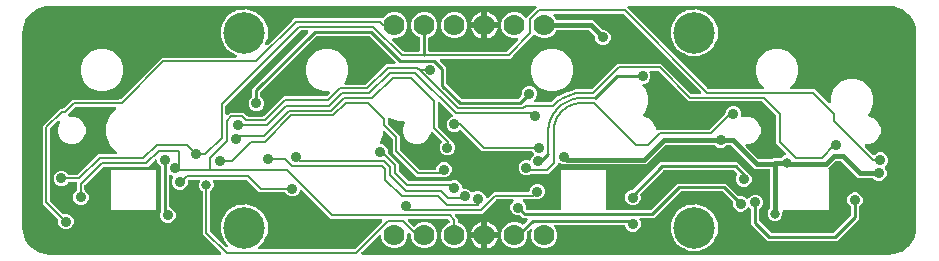
<source format=gbr>
G04 EAGLE Gerber RS-274X export*
G75*
%MOMM*%
%FSLAX34Y34*%
%LPD*%
%INBottom Copper*%
%IPPOS*%
%AMOC8*
5,1,8,0,0,1.08239X$1,22.5*%
G01*
%ADD10C,1.778000*%
%ADD11C,3.516000*%
%ADD12C,0.889000*%
%ADD13C,0.203200*%
%ADD14C,0.254000*%
%ADD15C,0.800100*%
%ADD16C,0.406400*%

G36*
X736622Y2543D02*
X736622Y2543D01*
X736700Y2545D01*
X740077Y2810D01*
X740145Y2824D01*
X740214Y2829D01*
X740370Y2869D01*
X746794Y4956D01*
X746901Y5006D01*
X747012Y5050D01*
X747063Y5083D01*
X747082Y5091D01*
X747097Y5104D01*
X747148Y5136D01*
X752612Y9107D01*
X752699Y9188D01*
X752746Y9227D01*
X752752Y9231D01*
X752753Y9232D01*
X752791Y9264D01*
X752829Y9310D01*
X752844Y9324D01*
X752855Y9342D01*
X752893Y9388D01*
X756864Y14852D01*
X756921Y14956D01*
X756985Y15056D01*
X757007Y15113D01*
X757017Y15131D01*
X757022Y15151D01*
X757044Y15206D01*
X759131Y21630D01*
X759144Y21698D01*
X759167Y21764D01*
X759190Y21923D01*
X759455Y25300D01*
X759455Y25304D01*
X759456Y25307D01*
X759455Y25326D01*
X759459Y25400D01*
X759459Y190500D01*
X759457Y190522D01*
X759455Y190600D01*
X759190Y193977D01*
X759176Y194045D01*
X759171Y194114D01*
X759131Y194270D01*
X757044Y200694D01*
X756994Y200801D01*
X756950Y200912D01*
X756917Y200963D01*
X756909Y200982D01*
X756896Y200997D01*
X756864Y201048D01*
X752893Y206512D01*
X752812Y206599D01*
X752736Y206691D01*
X752690Y206729D01*
X752676Y206744D01*
X752658Y206755D01*
X752612Y206793D01*
X747148Y210764D01*
X747044Y210821D01*
X746944Y210885D01*
X746887Y210907D01*
X746869Y210917D01*
X746849Y210922D01*
X746794Y210944D01*
X740370Y213031D01*
X740302Y213044D01*
X740236Y213067D01*
X740077Y213090D01*
X736700Y213355D01*
X736678Y213354D01*
X736600Y213359D01*
X516012Y213359D01*
X515874Y213342D01*
X515735Y213329D01*
X515716Y213322D01*
X515696Y213319D01*
X515566Y213268D01*
X515436Y213221D01*
X515419Y213210D01*
X515400Y213202D01*
X515288Y213121D01*
X515173Y213043D01*
X515159Y213027D01*
X515143Y213016D01*
X515054Y212908D01*
X514962Y212804D01*
X514953Y212786D01*
X514940Y212771D01*
X514881Y212644D01*
X514818Y212521D01*
X514813Y212501D01*
X514805Y212483D01*
X514779Y212346D01*
X514748Y212211D01*
X514749Y212190D01*
X514745Y212171D01*
X514753Y212032D01*
X514758Y211893D01*
X514763Y211873D01*
X514765Y211853D01*
X514807Y211721D01*
X514846Y211587D01*
X514856Y211570D01*
X514863Y211551D01*
X514937Y211433D01*
X515008Y211313D01*
X515026Y211292D01*
X515033Y211282D01*
X515048Y211268D01*
X515114Y211193D01*
X515865Y210441D01*
X583186Y143120D01*
X583264Y143060D01*
X583336Y142992D01*
X583389Y142963D01*
X583437Y142926D01*
X583528Y142886D01*
X583615Y142838D01*
X583673Y142823D01*
X583729Y142799D01*
X583827Y142784D01*
X583923Y142759D01*
X584023Y142753D01*
X584043Y142749D01*
X584056Y142751D01*
X584084Y142749D01*
X629032Y142749D01*
X629169Y142766D01*
X629308Y142779D01*
X629327Y142786D01*
X629347Y142789D01*
X629476Y142840D01*
X629607Y142887D01*
X629624Y142898D01*
X629643Y142906D01*
X629755Y142987D01*
X629870Y143065D01*
X629884Y143081D01*
X629900Y143092D01*
X629989Y143200D01*
X630081Y143304D01*
X630090Y143322D01*
X630103Y143337D01*
X630162Y143463D01*
X630226Y143587D01*
X630230Y143607D01*
X630239Y143625D01*
X630265Y143761D01*
X630295Y143897D01*
X630295Y143918D01*
X630298Y143937D01*
X630290Y144076D01*
X630286Y144215D01*
X630280Y144235D01*
X630279Y144255D01*
X630236Y144387D01*
X630197Y144521D01*
X630187Y144538D01*
X630181Y144557D01*
X630106Y144675D01*
X630036Y144795D01*
X630017Y144816D01*
X630010Y144826D01*
X629995Y144840D01*
X629929Y144915D01*
X626210Y148634D01*
X623492Y155198D01*
X623492Y162302D01*
X626210Y168866D01*
X631234Y173890D01*
X637798Y176608D01*
X644902Y176608D01*
X651466Y173890D01*
X656490Y168866D01*
X659208Y162302D01*
X659208Y155198D01*
X656490Y148634D01*
X652771Y144915D01*
X652686Y144806D01*
X652597Y144699D01*
X652588Y144680D01*
X652576Y144664D01*
X652520Y144536D01*
X652461Y144411D01*
X652458Y144391D01*
X652450Y144372D01*
X652428Y144234D01*
X652402Y144098D01*
X652403Y144078D01*
X652400Y144058D01*
X652413Y143919D01*
X652421Y143781D01*
X652428Y143762D01*
X652430Y143742D01*
X652477Y143610D01*
X652519Y143479D01*
X652530Y143461D01*
X652537Y143442D01*
X652615Y143327D01*
X652690Y143210D01*
X652704Y143196D01*
X652716Y143179D01*
X652820Y143087D01*
X652921Y142992D01*
X652939Y142982D01*
X652954Y142969D01*
X653078Y142905D01*
X653200Y142838D01*
X653219Y142833D01*
X653237Y142824D01*
X653373Y142794D01*
X653508Y142759D01*
X653536Y142757D01*
X653548Y142754D01*
X653568Y142755D01*
X653668Y142749D01*
X673314Y142749D01*
X684825Y131238D01*
X684935Y131152D01*
X685042Y131064D01*
X685060Y131055D01*
X685076Y131043D01*
X685204Y130987D01*
X685330Y130928D01*
X685349Y130924D01*
X685368Y130916D01*
X685506Y130894D01*
X685642Y130868D01*
X685662Y130870D01*
X685682Y130867D01*
X685821Y130880D01*
X685959Y130888D01*
X685979Y130894D01*
X685999Y130896D01*
X686130Y130944D01*
X686262Y130986D01*
X686279Y130997D01*
X686298Y131004D01*
X686413Y131082D01*
X686531Y131156D01*
X686545Y131171D01*
X686561Y131183D01*
X686653Y131287D01*
X686749Y131388D01*
X686758Y131406D01*
X686772Y131421D01*
X686835Y131545D01*
X686902Y131667D01*
X686907Y131686D01*
X686916Y131704D01*
X686947Y131840D01*
X686982Y131974D01*
X686983Y132003D01*
X686986Y132014D01*
X686985Y132035D01*
X686992Y132135D01*
X686992Y136902D01*
X689710Y143466D01*
X694734Y148490D01*
X701298Y151208D01*
X708402Y151208D01*
X714966Y148490D01*
X719990Y143466D01*
X722708Y136902D01*
X722708Y129798D01*
X719990Y123234D01*
X718480Y121725D01*
X718395Y121615D01*
X718306Y121508D01*
X718298Y121490D01*
X718285Y121474D01*
X718230Y121346D01*
X718171Y121220D01*
X718167Y121201D01*
X718159Y121182D01*
X718137Y121044D01*
X718111Y120908D01*
X718112Y120888D01*
X718109Y120868D01*
X718122Y120729D01*
X718131Y120591D01*
X718137Y120571D01*
X718139Y120551D01*
X718186Y120420D01*
X718229Y120288D01*
X718240Y120271D01*
X718247Y120252D01*
X718325Y120137D01*
X718399Y120019D01*
X718414Y120005D01*
X718425Y119989D01*
X718530Y119896D01*
X718631Y119801D01*
X718648Y119792D01*
X718664Y119778D01*
X718788Y119715D01*
X718909Y119648D01*
X718929Y119643D01*
X718947Y119634D01*
X719083Y119603D01*
X719217Y119568D01*
X719245Y119567D01*
X719257Y119564D01*
X719278Y119565D01*
X719378Y119558D01*
X719859Y119558D01*
X724126Y117791D01*
X727391Y114526D01*
X729158Y110259D01*
X729158Y105641D01*
X727391Y101374D01*
X724126Y98109D01*
X719859Y96342D01*
X716849Y96342D01*
X716711Y96324D01*
X716573Y96311D01*
X716554Y96304D01*
X716533Y96302D01*
X716404Y96251D01*
X716273Y96204D01*
X716257Y96192D01*
X716238Y96185D01*
X716125Y96103D01*
X716010Y96025D01*
X715997Y96010D01*
X715980Y95998D01*
X715892Y95891D01*
X715800Y95787D01*
X715791Y95769D01*
X715778Y95753D01*
X715718Y95627D01*
X715655Y95503D01*
X715651Y95484D01*
X715642Y95465D01*
X715616Y95329D01*
X715586Y95193D01*
X715586Y95173D01*
X715582Y95153D01*
X715591Y95015D01*
X715595Y94875D01*
X715601Y94856D01*
X715602Y94836D01*
X715645Y94703D01*
X715684Y94570D01*
X715694Y94552D01*
X715700Y94533D01*
X715774Y94416D01*
X715845Y94296D01*
X715864Y94275D01*
X715870Y94264D01*
X715885Y94250D01*
X715952Y94175D01*
X722737Y87390D01*
X722831Y87317D01*
X722920Y87238D01*
X722956Y87220D01*
X722988Y87195D01*
X723098Y87147D01*
X723203Y87093D01*
X723243Y87085D01*
X723280Y87068D01*
X723398Y87050D01*
X723514Y87024D01*
X723554Y87025D01*
X723594Y87019D01*
X723713Y87030D01*
X723832Y87033D01*
X723870Y87045D01*
X723911Y87048D01*
X724023Y87089D01*
X724137Y87122D01*
X724172Y87142D01*
X724210Y87156D01*
X724308Y87223D01*
X724411Y87283D01*
X724456Y87323D01*
X724473Y87335D01*
X724487Y87350D01*
X724532Y87390D01*
X725311Y88169D01*
X727691Y89155D01*
X730269Y89155D01*
X732649Y88169D01*
X734472Y86346D01*
X735458Y83966D01*
X735458Y81388D01*
X734472Y79008D01*
X732942Y77479D01*
X732869Y77384D01*
X732791Y77295D01*
X732772Y77259D01*
X732747Y77227D01*
X732700Y77118D01*
X732646Y77012D01*
X732637Y76973D01*
X732621Y76935D01*
X732602Y76818D01*
X732576Y76702D01*
X732578Y76661D01*
X732571Y76621D01*
X732582Y76503D01*
X732586Y76384D01*
X732597Y76345D01*
X732601Y76305D01*
X732641Y76192D01*
X732674Y76078D01*
X732695Y76044D01*
X732709Y76005D01*
X732776Y75907D01*
X732836Y75804D01*
X732876Y75759D01*
X732887Y75742D01*
X732903Y75729D01*
X732942Y75684D01*
X733202Y75424D01*
X734188Y73044D01*
X734188Y70466D01*
X733202Y68086D01*
X731379Y66263D01*
X728999Y65277D01*
X726421Y65277D01*
X724041Y66263D01*
X722986Y67319D01*
X722907Y67379D01*
X722835Y67447D01*
X722782Y67476D01*
X722734Y67513D01*
X722643Y67553D01*
X722557Y67601D01*
X722498Y67616D01*
X722442Y67640D01*
X722344Y67655D01*
X722249Y67680D01*
X722149Y67686D01*
X722128Y67690D01*
X722116Y67688D01*
X722088Y67690D01*
X710151Y67690D01*
X707399Y70443D01*
X695918Y81924D01*
X695840Y81984D01*
X695768Y82052D01*
X695715Y82081D01*
X695667Y82118D01*
X695576Y82158D01*
X695489Y82206D01*
X695431Y82221D01*
X695375Y82245D01*
X695277Y82260D01*
X695181Y82285D01*
X695081Y82291D01*
X695061Y82295D01*
X695049Y82293D01*
X695021Y82295D01*
X691819Y82295D01*
X691721Y82283D01*
X691622Y82280D01*
X691564Y82263D01*
X691504Y82255D01*
X691412Y82219D01*
X691317Y82191D01*
X691265Y82161D01*
X691208Y82138D01*
X691128Y82080D01*
X691043Y82030D01*
X690967Y81964D01*
X690951Y81952D01*
X690943Y81942D01*
X690922Y81924D01*
X685316Y76317D01*
X685231Y76208D01*
X685142Y76101D01*
X685133Y76082D01*
X685121Y76066D01*
X685065Y75938D01*
X685006Y75813D01*
X685003Y75793D01*
X684995Y75774D01*
X684973Y75636D01*
X684947Y75500D01*
X684948Y75480D01*
X684945Y75460D01*
X684958Y75321D01*
X684966Y75183D01*
X684973Y75164D01*
X684975Y75144D01*
X685022Y75012D01*
X685064Y74881D01*
X685075Y74863D01*
X685082Y74844D01*
X685160Y74729D01*
X685235Y74612D01*
X685249Y74598D01*
X685261Y74581D01*
X685365Y74489D01*
X685466Y74394D01*
X685484Y74384D01*
X685499Y74371D01*
X685563Y74338D01*
X685751Y74150D01*
X685751Y40150D01*
X685750Y40149D01*
X647382Y40149D01*
X647264Y40134D01*
X647146Y40127D01*
X647107Y40114D01*
X647067Y40109D01*
X646956Y40066D01*
X646843Y40029D01*
X646809Y40007D01*
X646771Y39992D01*
X646675Y39923D01*
X646574Y39859D01*
X646547Y39829D01*
X646514Y39806D01*
X646438Y39714D01*
X646356Y39627D01*
X646337Y39592D01*
X646311Y39561D01*
X646260Y39453D01*
X646203Y39349D01*
X646193Y39309D01*
X646176Y39273D01*
X646153Y39156D01*
X646123Y39041D01*
X646120Y38981D01*
X646116Y38961D01*
X646117Y38940D01*
X646113Y38880D01*
X646113Y36265D01*
X645195Y34047D01*
X643498Y32350D01*
X641280Y31432D01*
X638880Y31432D01*
X636662Y32350D01*
X634965Y34047D01*
X634047Y36265D01*
X634047Y38665D01*
X634965Y40883D01*
X635009Y40926D01*
X635069Y41004D01*
X635137Y41076D01*
X635166Y41129D01*
X635203Y41177D01*
X635243Y41268D01*
X635291Y41355D01*
X635306Y41413D01*
X635330Y41469D01*
X635345Y41567D01*
X635370Y41663D01*
X635376Y41763D01*
X635380Y41783D01*
X635378Y41795D01*
X635380Y41823D01*
X635380Y74041D01*
X635365Y74159D01*
X635358Y74278D01*
X635345Y74316D01*
X635340Y74357D01*
X635297Y74467D01*
X635260Y74580D01*
X635238Y74615D01*
X635223Y74652D01*
X635154Y74748D01*
X635090Y74849D01*
X635060Y74877D01*
X635037Y74910D01*
X634945Y74986D01*
X634858Y75067D01*
X634823Y75087D01*
X634792Y75112D01*
X634684Y75163D01*
X634580Y75221D01*
X634540Y75231D01*
X634504Y75248D01*
X634387Y75270D01*
X634272Y75300D01*
X634212Y75304D01*
X634192Y75308D01*
X634171Y75306D01*
X634111Y75310D01*
X622521Y75310D01*
X602573Y95259D01*
X602495Y95319D01*
X602423Y95387D01*
X602370Y95416D01*
X602322Y95453D01*
X602231Y95493D01*
X602144Y95541D01*
X602086Y95556D01*
X602030Y95580D01*
X601932Y95595D01*
X601836Y95620D01*
X601736Y95626D01*
X601716Y95630D01*
X601704Y95628D01*
X601676Y95630D01*
X599347Y95630D01*
X599249Y95618D01*
X599150Y95615D01*
X599091Y95598D01*
X599031Y95590D01*
X598939Y95554D01*
X598844Y95526D01*
X598792Y95496D01*
X598736Y95473D01*
X598656Y95415D01*
X598570Y95365D01*
X598495Y95299D01*
X598478Y95287D01*
X598471Y95277D01*
X598449Y95259D01*
X597394Y94203D01*
X595014Y93217D01*
X592436Y93217D01*
X590056Y94203D01*
X589001Y95259D01*
X588922Y95319D01*
X588850Y95387D01*
X588797Y95416D01*
X588749Y95453D01*
X588658Y95493D01*
X588572Y95541D01*
X588513Y95556D01*
X588457Y95580D01*
X588359Y95595D01*
X588264Y95620D01*
X588164Y95626D01*
X588143Y95630D01*
X588131Y95628D01*
X588103Y95630D01*
X547674Y95630D01*
X547576Y95618D01*
X547477Y95615D01*
X547419Y95598D01*
X547359Y95590D01*
X547267Y95554D01*
X547172Y95526D01*
X547120Y95496D01*
X547063Y95473D01*
X546983Y95415D01*
X546898Y95365D01*
X546822Y95299D01*
X546806Y95287D01*
X546798Y95277D01*
X546777Y95259D01*
X530639Y79120D01*
X461496Y79120D01*
X461428Y79158D01*
X461370Y79173D01*
X461314Y79197D01*
X461216Y79212D01*
X461120Y79237D01*
X461020Y79243D01*
X461000Y79247D01*
X460988Y79245D01*
X460960Y79247D01*
X459467Y79247D01*
X457432Y80091D01*
X457384Y80104D01*
X457339Y80125D01*
X457231Y80145D01*
X457125Y80174D01*
X457075Y80175D01*
X457026Y80185D01*
X456917Y80178D01*
X456807Y80180D01*
X456759Y80168D01*
X456709Y80165D01*
X456605Y80131D01*
X456498Y80105D01*
X456454Y80082D01*
X456407Y80067D01*
X456314Y80008D01*
X456217Y79957D01*
X456180Y79923D01*
X456138Y79897D01*
X456063Y79817D01*
X455981Y79743D01*
X455954Y79701D01*
X455920Y79665D01*
X455867Y79569D01*
X455807Y79477D01*
X455790Y79430D01*
X455766Y79387D01*
X455739Y79280D01*
X455703Y79176D01*
X455700Y79131D01*
X447597Y71028D01*
X433688Y71028D01*
X433589Y71015D01*
X433490Y71012D01*
X433432Y70996D01*
X433372Y70988D01*
X433280Y70952D01*
X433185Y70924D01*
X433133Y70893D01*
X433076Y70871D01*
X433029Y70837D01*
X430549Y69809D01*
X427971Y69809D01*
X425591Y70795D01*
X423768Y72618D01*
X422782Y74998D01*
X422782Y77576D01*
X423768Y79956D01*
X425591Y81779D01*
X427971Y82765D01*
X430548Y82765D01*
X431386Y82418D01*
X431501Y82386D01*
X431613Y82348D01*
X431654Y82345D01*
X431693Y82334D01*
X431812Y82332D01*
X431930Y82323D01*
X431970Y82329D01*
X432011Y82329D01*
X432126Y82357D01*
X432244Y82377D01*
X432281Y82394D01*
X432320Y82403D01*
X432425Y82459D01*
X432534Y82508D01*
X432565Y82533D01*
X432601Y82552D01*
X432689Y82632D01*
X432782Y82706D01*
X432807Y82738D01*
X432836Y82766D01*
X432902Y82865D01*
X432973Y82960D01*
X433000Y83014D01*
X433011Y83031D01*
X433018Y83051D01*
X433044Y83105D01*
X433928Y85239D01*
X435567Y86877D01*
X435640Y86972D01*
X435719Y87061D01*
X435737Y87097D01*
X435762Y87129D01*
X435809Y87238D01*
X435863Y87344D01*
X435872Y87383D01*
X435888Y87420D01*
X435907Y87538D01*
X435933Y87654D01*
X435932Y87695D01*
X435938Y87735D01*
X435927Y87853D01*
X435923Y87972D01*
X435912Y88011D01*
X435908Y88051D01*
X435868Y88163D01*
X435835Y88278D01*
X435814Y88312D01*
X435801Y88350D01*
X435734Y88449D01*
X435673Y88552D01*
X435633Y88597D01*
X435622Y88614D01*
X435607Y88627D01*
X435567Y88672D01*
X434723Y89516D01*
X434692Y89570D01*
X434671Y89592D01*
X434655Y89617D01*
X434561Y89706D01*
X434471Y89799D01*
X434445Y89814D01*
X434424Y89835D01*
X434310Y89897D01*
X434200Y89965D01*
X434171Y89974D01*
X434145Y89988D01*
X434020Y90021D01*
X433896Y90059D01*
X433866Y90060D01*
X433837Y90068D01*
X433677Y90078D01*
X391802Y90078D01*
X374053Y107827D01*
X373959Y107900D01*
X373870Y107979D01*
X373834Y107997D01*
X373802Y108022D01*
X373692Y108069D01*
X373586Y108123D01*
X373547Y108132D01*
X373510Y108148D01*
X373392Y108167D01*
X373276Y108193D01*
X373236Y108192D01*
X373196Y108198D01*
X373077Y108187D01*
X372958Y108183D01*
X372919Y108172D01*
X372879Y108168D01*
X372767Y108128D01*
X372653Y108095D01*
X372618Y108075D01*
X372580Y108061D01*
X372481Y107994D01*
X372379Y107933D01*
X372334Y107894D01*
X372317Y107882D01*
X372303Y107867D01*
X372258Y107827D01*
X371969Y107538D01*
X369589Y106552D01*
X367011Y106552D01*
X364631Y107538D01*
X362808Y109361D01*
X361822Y111741D01*
X361822Y114319D01*
X362808Y116699D01*
X364631Y118522D01*
X366172Y119160D01*
X366215Y119184D01*
X366262Y119201D01*
X366352Y119263D01*
X366448Y119317D01*
X366484Y119352D01*
X366525Y119380D01*
X366597Y119462D01*
X366676Y119539D01*
X366702Y119581D01*
X366735Y119618D01*
X366785Y119716D01*
X366843Y119810D01*
X366857Y119857D01*
X366880Y119902D01*
X366904Y120009D01*
X366936Y120114D01*
X366939Y120163D01*
X366949Y120212D01*
X366946Y120322D01*
X366951Y120431D01*
X366941Y120480D01*
X366940Y120530D01*
X366909Y120635D01*
X366887Y120743D01*
X366865Y120788D01*
X366851Y120835D01*
X366796Y120930D01*
X366747Y121029D01*
X366715Y121066D01*
X366690Y121109D01*
X366583Y121230D01*
X366150Y121664D01*
X356370Y131443D01*
X356261Y131528D01*
X356154Y131617D01*
X356135Y131625D01*
X356119Y131638D01*
X355991Y131693D01*
X355866Y131752D01*
X355846Y131756D01*
X355827Y131764D01*
X355689Y131786D01*
X355553Y131812D01*
X355533Y131811D01*
X355513Y131814D01*
X355374Y131801D01*
X355236Y131792D01*
X355217Y131786D01*
X355197Y131784D01*
X355065Y131737D01*
X354934Y131694D01*
X354916Y131684D01*
X354897Y131677D01*
X354782Y131599D01*
X354665Y131524D01*
X354651Y131509D01*
X354634Y131498D01*
X354542Y131394D01*
X354447Y131293D01*
X354437Y131275D01*
X354424Y131260D01*
X354360Y131136D01*
X354293Y131014D01*
X354288Y130995D01*
X354279Y130976D01*
X354249Y130841D01*
X354214Y130706D01*
X354212Y130678D01*
X354209Y130666D01*
X354210Y130646D01*
X354204Y130545D01*
X354204Y111407D01*
X354216Y111309D01*
X354219Y111210D01*
X354236Y111151D01*
X354244Y111091D01*
X354280Y110999D01*
X354308Y110904D01*
X354338Y110852D01*
X354361Y110796D01*
X354419Y110716D01*
X354469Y110630D01*
X354535Y110555D01*
X354547Y110538D01*
X354557Y110530D01*
X354575Y110509D01*
X366120Y98965D01*
X366144Y98905D01*
X366171Y98810D01*
X366202Y98758D01*
X366224Y98701D01*
X366282Y98621D01*
X366333Y98536D01*
X366399Y98460D01*
X366411Y98444D01*
X366421Y98436D01*
X366439Y98415D01*
X367875Y96979D01*
X368861Y94598D01*
X368861Y92021D01*
X367875Y89640D01*
X366053Y87818D01*
X363672Y86832D01*
X361095Y86832D01*
X358714Y87818D01*
X356892Y89640D01*
X355906Y92021D01*
X355906Y94598D01*
X356892Y96979D01*
X357290Y97377D01*
X357363Y97471D01*
X357442Y97560D01*
X357460Y97596D01*
X357485Y97628D01*
X357532Y97737D01*
X357586Y97843D01*
X357595Y97883D01*
X357611Y97920D01*
X357630Y98038D01*
X357656Y98154D01*
X357655Y98194D01*
X357661Y98234D01*
X357650Y98353D01*
X357646Y98471D01*
X357635Y98510D01*
X357631Y98551D01*
X357591Y98663D01*
X357558Y98777D01*
X357537Y98812D01*
X357524Y98850D01*
X357457Y98948D01*
X357396Y99051D01*
X357357Y99096D01*
X357345Y99113D01*
X357330Y99126D01*
X357290Y99172D01*
X350281Y106180D01*
X350242Y106211D01*
X350209Y106248D01*
X350117Y106308D01*
X350030Y106375D01*
X349984Y106395D01*
X349943Y106422D01*
X349839Y106458D01*
X349738Y106502D01*
X349689Y106510D01*
X349642Y106526D01*
X349533Y106534D01*
X349424Y106552D01*
X349375Y106547D01*
X349325Y106551D01*
X349217Y106532D01*
X349107Y106522D01*
X349061Y106505D01*
X349012Y106496D01*
X348912Y106451D01*
X348808Y106414D01*
X348767Y106386D01*
X348722Y106366D01*
X348636Y106297D01*
X348545Y106236D01*
X348512Y106198D01*
X348473Y106167D01*
X348407Y106079D01*
X348335Y105997D01*
X348312Y105953D01*
X348282Y105913D01*
X348211Y105769D01*
X346391Y101374D01*
X343126Y98109D01*
X338859Y96342D01*
X334241Y96342D01*
X329974Y98109D01*
X326709Y101374D01*
X324942Y105641D01*
X324942Y110259D01*
X326382Y113737D01*
X326395Y113785D01*
X326417Y113830D01*
X326437Y113937D01*
X326466Y114044D01*
X326467Y114093D01*
X326476Y114142D01*
X326470Y114252D01*
X326471Y114362D01*
X326460Y114410D01*
X326457Y114459D01*
X326423Y114564D01*
X326397Y114671D01*
X326374Y114715D01*
X326359Y114762D01*
X326300Y114855D01*
X326248Y114952D01*
X326215Y114989D01*
X326188Y115031D01*
X326108Y115106D01*
X326034Y115187D01*
X325993Y115215D01*
X325957Y115249D01*
X325861Y115302D01*
X325769Y115362D01*
X325722Y115378D01*
X325678Y115402D01*
X325572Y115430D01*
X325468Y115465D01*
X325418Y115469D01*
X325370Y115482D01*
X325210Y115492D01*
X320298Y115492D01*
X313610Y118262D01*
X313562Y118275D01*
X313517Y118296D01*
X313409Y118317D01*
X313303Y118346D01*
X313253Y118347D01*
X313204Y118356D01*
X313095Y118349D01*
X312985Y118351D01*
X312937Y118339D01*
X312887Y118336D01*
X312783Y118303D01*
X312676Y118277D01*
X312632Y118254D01*
X312585Y118238D01*
X312492Y118180D01*
X312395Y118128D01*
X312358Y118095D01*
X312316Y118068D01*
X312241Y117988D01*
X312159Y117914D01*
X312132Y117873D01*
X312098Y117837D01*
X312045Y117740D01*
X311985Y117649D01*
X311968Y117602D01*
X311944Y117558D01*
X311917Y117452D01*
X311881Y117348D01*
X311877Y117298D01*
X311865Y117250D01*
X311855Y117089D01*
X311855Y114101D01*
X311867Y114003D01*
X311870Y113904D01*
X311887Y113846D01*
X311895Y113786D01*
X311931Y113694D01*
X311959Y113599D01*
X311989Y113546D01*
X312012Y113490D01*
X312070Y113410D01*
X312120Y113325D01*
X312186Y113249D01*
X312198Y113233D01*
X312208Y113225D01*
X312226Y113204D01*
X322073Y103358D01*
X322073Y91959D01*
X322085Y91860D01*
X322088Y91761D01*
X322105Y91703D01*
X322113Y91643D01*
X322149Y91551D01*
X322177Y91456D01*
X322207Y91404D01*
X322230Y91347D01*
X322288Y91267D01*
X322338Y91182D01*
X322404Y91107D01*
X322416Y91090D01*
X322426Y91082D01*
X322444Y91061D01*
X338711Y74794D01*
X338789Y74734D01*
X338861Y74666D01*
X338914Y74637D01*
X338962Y74600D01*
X339053Y74560D01*
X339140Y74512D01*
X339198Y74497D01*
X339254Y74473D01*
X339352Y74458D01*
X339448Y74433D01*
X339548Y74427D01*
X339568Y74423D01*
X339581Y74425D01*
X339609Y74423D01*
X351790Y74423D01*
X351908Y74438D01*
X352027Y74445D01*
X352065Y74458D01*
X352106Y74463D01*
X352216Y74506D01*
X352329Y74543D01*
X352364Y74565D01*
X352401Y74580D01*
X352497Y74649D01*
X352598Y74713D01*
X352626Y74743D01*
X352659Y74766D01*
X352735Y74858D01*
X352816Y74945D01*
X352836Y74980D01*
X352861Y75011D01*
X352912Y75119D01*
X352970Y75223D01*
X352980Y75263D01*
X352997Y75299D01*
X353019Y75416D01*
X353049Y75531D01*
X353053Y75591D01*
X353057Y75611D01*
X353055Y75632D01*
X353059Y75692D01*
X353059Y75765D01*
X354045Y78146D01*
X355868Y79968D01*
X358248Y80955D01*
X360826Y80955D01*
X363206Y79968D01*
X365029Y78146D01*
X366015Y75765D01*
X366015Y73188D01*
X365029Y70808D01*
X363206Y68985D01*
X360826Y67999D01*
X358248Y67999D01*
X357694Y68229D01*
X357685Y68231D01*
X357677Y68236D01*
X357532Y68273D01*
X357388Y68313D01*
X357378Y68313D01*
X357369Y68315D01*
X357209Y68325D01*
X336557Y68325D01*
X334400Y70483D01*
X315975Y88907D01*
X315975Y100306D01*
X315963Y100404D01*
X315960Y100503D01*
X315943Y100562D01*
X315935Y100622D01*
X315899Y100714D01*
X315871Y100809D01*
X315841Y100861D01*
X315818Y100917D01*
X315760Y100997D01*
X315710Y101083D01*
X315644Y101158D01*
X315632Y101175D01*
X315622Y101183D01*
X315604Y101204D01*
X309957Y106850D01*
X309848Y106935D01*
X309741Y107024D01*
X309722Y107032D01*
X309706Y107045D01*
X309578Y107100D01*
X309453Y107159D01*
X309433Y107163D01*
X309414Y107171D01*
X309276Y107193D01*
X309140Y107219D01*
X309120Y107218D01*
X309100Y107221D01*
X308961Y107208D01*
X308823Y107199D01*
X308804Y107193D01*
X308784Y107191D01*
X308652Y107144D01*
X308521Y107101D01*
X308503Y107090D01*
X308484Y107083D01*
X308369Y107005D01*
X308252Y106931D01*
X308238Y106916D01*
X308221Y106905D01*
X308129Y106801D01*
X308034Y106699D01*
X308024Y106682D01*
X308011Y106666D01*
X307947Y106542D01*
X307880Y106421D01*
X307875Y106401D01*
X307866Y106383D01*
X307836Y106247D01*
X307801Y106113D01*
X307799Y106085D01*
X307796Y106073D01*
X307797Y106052D01*
X307791Y105952D01*
X307791Y103566D01*
X305442Y97895D01*
X305429Y97847D01*
X305407Y97802D01*
X305387Y97694D01*
X305358Y97588D01*
X305357Y97538D01*
X305348Y97489D01*
X305354Y97380D01*
X305353Y97270D01*
X305364Y97222D01*
X305367Y97172D01*
X305401Y97068D01*
X305427Y96961D01*
X305450Y96917D01*
X305465Y96870D01*
X305524Y96777D01*
X305576Y96680D01*
X305609Y96643D01*
X305636Y96601D01*
X305716Y96526D01*
X305790Y96444D01*
X305831Y96417D01*
X305867Y96383D01*
X305963Y96330D01*
X306055Y96270D01*
X306102Y96253D01*
X306146Y96229D01*
X306252Y96202D01*
X306356Y96166D01*
X306406Y96162D01*
X306454Y96150D01*
X306614Y96140D01*
X306724Y96140D01*
X309104Y95154D01*
X310927Y93331D01*
X311913Y90951D01*
X311913Y89292D01*
X311925Y89193D01*
X311928Y89094D01*
X311945Y89036D01*
X311953Y88976D01*
X311989Y88884D01*
X312017Y88789D01*
X312047Y88737D01*
X312070Y88680D01*
X312128Y88600D01*
X312178Y88515D01*
X312244Y88440D01*
X312256Y88423D01*
X312266Y88415D01*
X312284Y88394D01*
X321057Y79622D01*
X321057Y73957D01*
X321069Y73859D01*
X321072Y73760D01*
X321089Y73702D01*
X321097Y73641D01*
X321133Y73549D01*
X321161Y73454D01*
X321191Y73402D01*
X321214Y73346D01*
X321272Y73266D01*
X321322Y73180D01*
X321388Y73105D01*
X321400Y73088D01*
X321410Y73081D01*
X321428Y73059D01*
X329472Y65015D01*
X329551Y64955D01*
X329623Y64887D01*
X329676Y64858D01*
X329724Y64821D01*
X329815Y64781D01*
X329901Y64733D01*
X329960Y64718D01*
X330016Y64694D01*
X330114Y64679D01*
X330209Y64654D01*
X330309Y64648D01*
X330330Y64644D01*
X330342Y64646D01*
X330370Y64644D01*
X364613Y64644D01*
X364622Y64645D01*
X364631Y64644D01*
X364780Y64665D01*
X364928Y64684D01*
X364937Y64687D01*
X364946Y64688D01*
X365099Y64740D01*
X367011Y65533D01*
X369589Y65533D01*
X371969Y64547D01*
X373792Y62724D01*
X374778Y60344D01*
X374778Y59817D01*
X374793Y59699D01*
X374800Y59580D01*
X374813Y59542D01*
X374818Y59501D01*
X374861Y59391D01*
X374898Y59278D01*
X374920Y59243D01*
X374935Y59206D01*
X375004Y59110D01*
X375068Y59009D01*
X375098Y58981D01*
X375121Y58948D01*
X375213Y58872D01*
X375300Y58791D01*
X375335Y58771D01*
X375366Y58746D01*
X375474Y58695D01*
X375578Y58637D01*
X375618Y58627D01*
X375654Y58610D01*
X375771Y58588D01*
X375886Y58558D01*
X375946Y58554D01*
X375966Y58550D01*
X375987Y58552D01*
X376047Y58548D01*
X378479Y58548D01*
X380859Y57562D01*
X382706Y55715D01*
X382800Y55642D01*
X382889Y55563D01*
X382925Y55545D01*
X382957Y55520D01*
X383067Y55473D01*
X383173Y55418D01*
X383212Y55410D01*
X383249Y55394D01*
X383367Y55375D01*
X383483Y55349D01*
X383523Y55350D01*
X383563Y55344D01*
X383682Y55355D01*
X383801Y55359D01*
X383840Y55370D01*
X383880Y55374D01*
X383992Y55414D01*
X384106Y55447D01*
X384141Y55468D01*
X384179Y55481D01*
X384278Y55548D01*
X384380Y55609D01*
X384425Y55648D01*
X384430Y55651D01*
X386823Y56643D01*
X389401Y56643D01*
X391781Y55657D01*
X393604Y53834D01*
X394671Y51257D01*
X394696Y51214D01*
X394713Y51167D01*
X394774Y51076D01*
X394829Y50980D01*
X394863Y50945D01*
X394891Y50904D01*
X394974Y50831D01*
X395050Y50752D01*
X395092Y50726D01*
X395130Y50693D01*
X395228Y50643D01*
X395321Y50586D01*
X395369Y50571D01*
X395413Y50549D01*
X395520Y50524D01*
X395625Y50492D01*
X395675Y50490D01*
X395723Y50479D01*
X395833Y50482D01*
X395943Y50477D01*
X395991Y50487D01*
X396041Y50489D01*
X396147Y50519D01*
X396254Y50541D01*
X396299Y50563D01*
X396347Y50577D01*
X396441Y50633D01*
X396540Y50681D01*
X396578Y50713D01*
X396621Y50739D01*
X396741Y50845D01*
X401650Y55754D01*
X430657Y55754D01*
X430775Y55769D01*
X430894Y55776D01*
X430932Y55789D01*
X430973Y55794D01*
X431083Y55837D01*
X431196Y55874D01*
X431231Y55896D01*
X431268Y55911D01*
X431364Y55980D01*
X431465Y56044D01*
X431493Y56074D01*
X431526Y56097D01*
X431602Y56189D01*
X431683Y56276D01*
X431703Y56311D01*
X431728Y56342D01*
X431779Y56450D01*
X431837Y56554D01*
X431847Y56594D01*
X431864Y56630D01*
X431886Y56747D01*
X431916Y56862D01*
X431920Y56922D01*
X431924Y56942D01*
X431922Y56963D01*
X431926Y57023D01*
X431926Y57169D01*
X432912Y59549D01*
X434735Y61372D01*
X437115Y62358D01*
X439693Y62358D01*
X442073Y61372D01*
X443896Y59549D01*
X444882Y57169D01*
X444882Y54591D01*
X443896Y52211D01*
X442073Y50388D01*
X439693Y49402D01*
X437116Y49402D01*
X436736Y49560D01*
X436727Y49562D01*
X436718Y49567D01*
X436574Y49604D01*
X436429Y49644D01*
X436420Y49644D01*
X436411Y49646D01*
X436250Y49656D01*
X427270Y49656D01*
X427132Y49639D01*
X426993Y49626D01*
X426974Y49619D01*
X426954Y49616D01*
X426825Y49565D01*
X426694Y49518D01*
X426677Y49507D01*
X426659Y49499D01*
X426546Y49418D01*
X426431Y49340D01*
X426418Y49324D01*
X426401Y49313D01*
X426312Y49205D01*
X426221Y49101D01*
X426211Y49083D01*
X426198Y49068D01*
X426139Y48942D01*
X426076Y48818D01*
X426072Y48798D01*
X426063Y48780D01*
X426037Y48643D01*
X426006Y48508D01*
X426007Y48487D01*
X426003Y48468D01*
X426012Y48329D01*
X426016Y48190D01*
X426022Y48170D01*
X426023Y48150D01*
X426066Y48018D01*
X426104Y47884D01*
X426115Y47867D01*
X426121Y47848D01*
X426195Y47730D01*
X426266Y47610D01*
X426284Y47589D01*
X426291Y47579D01*
X426306Y47565D01*
X426372Y47490D01*
X427764Y46098D01*
X428750Y43717D01*
X428750Y41402D01*
X428765Y41284D01*
X428772Y41165D01*
X428785Y41127D01*
X428790Y41086D01*
X428833Y40976D01*
X428870Y40863D01*
X428892Y40828D01*
X428907Y40791D01*
X428976Y40695D01*
X429040Y40594D01*
X429070Y40566D01*
X429093Y40533D01*
X429185Y40457D01*
X429272Y40376D01*
X429307Y40356D01*
X429338Y40331D01*
X429446Y40280D01*
X429550Y40222D01*
X429590Y40212D01*
X429626Y40195D01*
X429743Y40173D01*
X429858Y40143D01*
X429918Y40139D01*
X429938Y40135D01*
X429959Y40137D01*
X430019Y40133D01*
X457250Y40133D01*
X457368Y40148D01*
X457487Y40155D01*
X457525Y40168D01*
X457566Y40173D01*
X457676Y40216D01*
X457789Y40253D01*
X457824Y40275D01*
X457861Y40290D01*
X457957Y40359D01*
X458058Y40423D01*
X458086Y40453D01*
X458119Y40476D01*
X458195Y40568D01*
X458276Y40655D01*
X458296Y40690D01*
X458321Y40721D01*
X458372Y40829D01*
X458430Y40933D01*
X458440Y40973D01*
X458457Y41009D01*
X458479Y41126D01*
X458509Y41241D01*
X458513Y41301D01*
X458517Y41321D01*
X458515Y41342D01*
X458519Y41402D01*
X458519Y74150D01*
X458520Y74151D01*
X496520Y74151D01*
X496521Y74150D01*
X496521Y41402D01*
X496536Y41284D01*
X496543Y41165D01*
X496556Y41127D01*
X496561Y41086D01*
X496604Y40976D01*
X496641Y40863D01*
X496663Y40828D01*
X496678Y40791D01*
X496747Y40695D01*
X496811Y40594D01*
X496841Y40566D01*
X496864Y40533D01*
X496956Y40457D01*
X497043Y40376D01*
X497078Y40356D01*
X497109Y40331D01*
X497217Y40280D01*
X497321Y40222D01*
X497361Y40212D01*
X497397Y40195D01*
X497514Y40173D01*
X497629Y40143D01*
X497689Y40139D01*
X497709Y40135D01*
X497730Y40137D01*
X497790Y40133D01*
X534046Y40133D01*
X534144Y40145D01*
X534243Y40148D01*
X534302Y40165D01*
X534362Y40173D01*
X534454Y40209D01*
X534549Y40237D01*
X534601Y40267D01*
X534657Y40290D01*
X534737Y40348D01*
X534823Y40398D01*
X534898Y40464D01*
X534915Y40476D01*
X534923Y40486D01*
X534944Y40504D01*
X557305Y62866D01*
X598268Y62866D01*
X608691Y52442D01*
X608770Y52382D01*
X608842Y52314D01*
X608895Y52285D01*
X608943Y52248D01*
X609034Y52208D01*
X609120Y52160D01*
X609179Y52145D01*
X609234Y52121D01*
X609332Y52106D01*
X609428Y52081D01*
X609528Y52075D01*
X609549Y52071D01*
X609561Y52073D01*
X609589Y52071D01*
X612159Y52071D01*
X614539Y51085D01*
X615374Y50250D01*
X615414Y50219D01*
X615447Y50182D01*
X615539Y50122D01*
X615625Y50055D01*
X615671Y50035D01*
X615713Y50008D01*
X615817Y49972D01*
X615917Y49928D01*
X615966Y49921D01*
X616013Y49904D01*
X616123Y49896D01*
X616231Y49879D01*
X616281Y49883D01*
X616330Y49879D01*
X616438Y49898D01*
X616548Y49908D01*
X616595Y49925D01*
X616644Y49934D01*
X616744Y49979D01*
X616847Y50016D01*
X616888Y50044D01*
X616934Y50064D01*
X617019Y50133D01*
X617110Y50195D01*
X617143Y50232D01*
X617182Y50263D01*
X617248Y50351D01*
X617321Y50433D01*
X617344Y50477D01*
X617373Y50517D01*
X617443Y50659D01*
X619266Y52482D01*
X621646Y53468D01*
X624224Y53468D01*
X626604Y52482D01*
X628427Y50659D01*
X629413Y48279D01*
X629413Y45701D01*
X628427Y43321D01*
X626609Y41504D01*
X626549Y41425D01*
X626481Y41353D01*
X626457Y41310D01*
X626448Y41299D01*
X626443Y41289D01*
X626415Y41252D01*
X626375Y41161D01*
X626327Y41075D01*
X626312Y41016D01*
X626288Y40960D01*
X626273Y40862D01*
X626248Y40767D01*
X626242Y40667D01*
X626238Y40646D01*
X626240Y40634D01*
X626238Y40606D01*
X626238Y31739D01*
X626250Y31641D01*
X626253Y31542D01*
X626265Y31500D01*
X626265Y31497D01*
X626270Y31482D01*
X626278Y31423D01*
X626314Y31331D01*
X626342Y31236D01*
X626360Y31205D01*
X626363Y31194D01*
X626376Y31173D01*
X626395Y31128D01*
X626453Y31048D01*
X626503Y30962D01*
X626529Y30933D01*
X626534Y30925D01*
X626545Y30915D01*
X626569Y30887D01*
X626581Y30870D01*
X626591Y30862D01*
X626609Y30841D01*
X635996Y21454D01*
X636075Y21394D01*
X636147Y21326D01*
X636200Y21297D01*
X636248Y21260D01*
X636339Y21220D01*
X636425Y21172D01*
X636484Y21157D01*
X636539Y21133D01*
X636637Y21118D01*
X636733Y21093D01*
X636833Y21087D01*
X636854Y21083D01*
X636866Y21085D01*
X636894Y21083D01*
X688986Y21083D01*
X689084Y21095D01*
X689183Y21098D01*
X689242Y21115D01*
X689302Y21123D01*
X689394Y21159D01*
X689489Y21187D01*
X689541Y21217D01*
X689597Y21240D01*
X689677Y21298D01*
X689763Y21348D01*
X689838Y21414D01*
X689855Y21426D01*
X689863Y21436D01*
X689884Y21454D01*
X703716Y35286D01*
X703776Y35365D01*
X703844Y35437D01*
X703873Y35490D01*
X703910Y35538D01*
X703950Y35629D01*
X703998Y35715D01*
X704013Y35774D01*
X704037Y35829D01*
X704052Y35927D01*
X704077Y36023D01*
X704083Y36123D01*
X704087Y36144D01*
X704085Y36156D01*
X704087Y36184D01*
X704087Y42511D01*
X704075Y42609D01*
X704072Y42708D01*
X704055Y42767D01*
X704047Y42827D01*
X704011Y42919D01*
X703983Y43014D01*
X703953Y43066D01*
X703930Y43122D01*
X703872Y43202D01*
X703822Y43288D01*
X703756Y43363D01*
X703744Y43380D01*
X703734Y43387D01*
X703716Y43409D01*
X701898Y45226D01*
X700912Y47606D01*
X700912Y50184D01*
X701898Y52564D01*
X703721Y54387D01*
X706101Y55373D01*
X708679Y55373D01*
X711059Y54387D01*
X712882Y52564D01*
X713868Y50184D01*
X713868Y47606D01*
X712882Y45226D01*
X711064Y43409D01*
X711004Y43330D01*
X710936Y43258D01*
X710907Y43205D01*
X710870Y43157D01*
X710830Y43066D01*
X710782Y42980D01*
X710767Y42921D01*
X710743Y42865D01*
X710728Y42767D01*
X710703Y42672D01*
X710697Y42572D01*
X710693Y42551D01*
X710695Y42539D01*
X710693Y42511D01*
X710693Y32922D01*
X692248Y14477D01*
X633632Y14477D01*
X619632Y28477D01*
X619632Y40606D01*
X619620Y40704D01*
X619617Y40803D01*
X619600Y40862D01*
X619592Y40922D01*
X619556Y41014D01*
X619528Y41109D01*
X619500Y41157D01*
X619500Y41158D01*
X619498Y41161D01*
X619475Y41217D01*
X619417Y41297D01*
X619367Y41383D01*
X619332Y41422D01*
X619330Y41426D01*
X619323Y41433D01*
X619301Y41458D01*
X619289Y41475D01*
X619279Y41483D01*
X619261Y41504D01*
X618431Y42333D01*
X618392Y42364D01*
X618358Y42401D01*
X618266Y42461D01*
X618180Y42528D01*
X618134Y42548D01*
X618092Y42575D01*
X617988Y42611D01*
X617888Y42655D01*
X617839Y42662D01*
X617791Y42679D01*
X617682Y42687D01*
X617574Y42704D01*
X617524Y42700D01*
X617474Y42704D01*
X617366Y42685D01*
X617257Y42675D01*
X617210Y42658D01*
X617161Y42649D01*
X617061Y42604D01*
X616958Y42567D01*
X616917Y42539D01*
X616871Y42519D01*
X616785Y42450D01*
X616695Y42388D01*
X616662Y42351D01*
X616623Y42320D01*
X616557Y42232D01*
X616484Y42150D01*
X616462Y42106D01*
X616432Y42066D01*
X616362Y41924D01*
X614539Y40101D01*
X612159Y39115D01*
X609581Y39115D01*
X607201Y40101D01*
X605378Y41924D01*
X604392Y44304D01*
X604392Y46874D01*
X604380Y46972D01*
X604377Y47071D01*
X604360Y47130D01*
X604352Y47190D01*
X604316Y47282D01*
X604288Y47377D01*
X604258Y47429D01*
X604235Y47485D01*
X604177Y47565D01*
X604127Y47651D01*
X604061Y47726D01*
X604049Y47743D01*
X604039Y47751D01*
X604021Y47772D01*
X595904Y55889D01*
X595825Y55949D01*
X595753Y56017D01*
X595700Y56046D01*
X595652Y56083D01*
X595561Y56123D01*
X595475Y56171D01*
X595416Y56186D01*
X595361Y56210D01*
X595263Y56225D01*
X595167Y56250D01*
X595067Y56256D01*
X595046Y56260D01*
X595034Y56258D01*
X595006Y56260D01*
X560567Y56260D01*
X560469Y56248D01*
X560370Y56245D01*
X560311Y56228D01*
X560251Y56220D01*
X560159Y56184D01*
X560064Y56156D01*
X560012Y56126D01*
X559956Y56103D01*
X559876Y56045D01*
X559790Y55995D01*
X559715Y55929D01*
X559698Y55917D01*
X559690Y55907D01*
X559669Y55889D01*
X537308Y33527D01*
X526290Y33527D01*
X526240Y33521D01*
X526191Y33523D01*
X526083Y33501D01*
X525974Y33487D01*
X525928Y33469D01*
X525879Y33459D01*
X525781Y33411D01*
X525678Y33370D01*
X525638Y33341D01*
X525594Y33319D01*
X525510Y33248D01*
X525421Y33184D01*
X525389Y33145D01*
X525352Y33113D01*
X525288Y33023D01*
X525218Y32939D01*
X525197Y32894D01*
X525169Y32853D01*
X525130Y32750D01*
X525083Y32651D01*
X525073Y32602D01*
X525056Y32556D01*
X525044Y32446D01*
X525023Y32339D01*
X525026Y32289D01*
X525021Y32240D01*
X525036Y32131D01*
X525043Y32021D01*
X525058Y31974D01*
X525065Y31925D01*
X525117Y31772D01*
X525908Y29864D01*
X525908Y27286D01*
X524922Y24906D01*
X523099Y23083D01*
X520719Y22097D01*
X518141Y22097D01*
X515761Y23083D01*
X513938Y24906D01*
X513006Y27156D01*
X512995Y27176D01*
X512988Y27196D01*
X512986Y27200D01*
X512983Y27209D01*
X512913Y27319D01*
X512849Y27432D01*
X512828Y27453D01*
X512813Y27478D01*
X512718Y27567D01*
X512628Y27660D01*
X512602Y27676D01*
X512581Y27696D01*
X512467Y27759D01*
X512356Y27827D01*
X512328Y27835D01*
X512302Y27850D01*
X512177Y27882D01*
X512053Y27920D01*
X512023Y27922D01*
X511994Y27929D01*
X511834Y27939D01*
X454122Y27939D01*
X453984Y27922D01*
X453846Y27909D01*
X453827Y27902D01*
X453806Y27899D01*
X453677Y27848D01*
X453546Y27801D01*
X453530Y27790D01*
X453511Y27782D01*
X453398Y27701D01*
X453283Y27623D01*
X453270Y27607D01*
X453253Y27596D01*
X453165Y27488D01*
X453073Y27384D01*
X453064Y27366D01*
X453051Y27351D01*
X452991Y27225D01*
X452928Y27101D01*
X452924Y27081D01*
X452915Y27063D01*
X452889Y26926D01*
X452859Y26791D01*
X452859Y26770D01*
X452855Y26751D01*
X452864Y26612D01*
X452868Y26473D01*
X452874Y26453D01*
X452875Y26433D01*
X452918Y26301D01*
X452957Y26167D01*
X452967Y26150D01*
X452973Y26131D01*
X453047Y26013D01*
X453118Y25893D01*
X453137Y25872D01*
X453143Y25862D01*
X453156Y25850D01*
X453157Y25848D01*
X453162Y25843D01*
X453225Y25773D01*
X453760Y25237D01*
X455423Y21223D01*
X455423Y16877D01*
X453760Y12863D01*
X450687Y9790D01*
X446673Y8127D01*
X442327Y8127D01*
X438313Y9790D01*
X435240Y12863D01*
X433577Y16877D01*
X433577Y21223D01*
X434288Y22939D01*
X434307Y23006D01*
X434334Y23071D01*
X434349Y23159D01*
X434372Y23246D01*
X434373Y23316D01*
X434384Y23385D01*
X434376Y23474D01*
X434377Y23564D01*
X434361Y23632D01*
X434354Y23701D01*
X434324Y23786D01*
X434303Y23873D01*
X434271Y23935D01*
X434247Y24001D01*
X434196Y24075D01*
X434154Y24154D01*
X434107Y24206D01*
X434068Y24264D01*
X434001Y24323D01*
X433941Y24390D01*
X433882Y24428D01*
X433830Y24474D01*
X433750Y24515D01*
X433675Y24564D01*
X433609Y24587D01*
X433547Y24619D01*
X433459Y24638D01*
X433374Y24668D01*
X433304Y24673D01*
X433236Y24688D01*
X433147Y24686D01*
X433057Y24693D01*
X432988Y24681D01*
X432918Y24679D01*
X432832Y24654D01*
X432744Y24638D01*
X432680Y24610D01*
X432613Y24590D01*
X432536Y24545D01*
X432454Y24508D01*
X432399Y24464D01*
X432339Y24429D01*
X432218Y24322D01*
X430358Y22462D01*
X430339Y22438D01*
X430317Y22419D01*
X430242Y22313D01*
X430233Y22302D01*
X430199Y22260D01*
X430195Y22253D01*
X430163Y22211D01*
X430151Y22183D01*
X430134Y22159D01*
X430088Y22038D01*
X430036Y21919D01*
X430032Y21889D01*
X430021Y21862D01*
X430007Y21733D01*
X429986Y21605D01*
X429989Y21575D01*
X429986Y21546D01*
X430004Y21417D01*
X430016Y21288D01*
X430023Y21270D01*
X430023Y16877D01*
X428360Y12863D01*
X425287Y9790D01*
X421273Y8127D01*
X416927Y8127D01*
X412913Y9790D01*
X409840Y12863D01*
X408177Y16877D01*
X408177Y21223D01*
X409840Y25237D01*
X412913Y28310D01*
X416927Y29973D01*
X421273Y29973D01*
X425336Y28290D01*
X425361Y28267D01*
X425397Y28249D01*
X425429Y28224D01*
X425539Y28177D01*
X425645Y28123D01*
X425684Y28114D01*
X425721Y28098D01*
X425839Y28079D01*
X425955Y28053D01*
X425995Y28054D01*
X426035Y28048D01*
X426154Y28059D01*
X426273Y28063D01*
X426312Y28074D01*
X426352Y28078D01*
X426464Y28118D01*
X426578Y28151D01*
X426613Y28171D01*
X426651Y28185D01*
X426750Y28252D01*
X426852Y28312D01*
X426897Y28352D01*
X426914Y28364D01*
X426928Y28379D01*
X426973Y28419D01*
X429915Y31361D01*
X430000Y31470D01*
X430089Y31577D01*
X430097Y31596D01*
X430110Y31612D01*
X430165Y31740D01*
X430224Y31865D01*
X430228Y31885D01*
X430236Y31904D01*
X430258Y32042D01*
X430284Y32178D01*
X430283Y32198D01*
X430286Y32218D01*
X430273Y32357D01*
X430264Y32495D01*
X430258Y32514D01*
X430256Y32534D01*
X430209Y32666D01*
X430166Y32797D01*
X430155Y32815D01*
X430148Y32834D01*
X430070Y32949D01*
X429996Y33066D01*
X429981Y33080D01*
X429970Y33097D01*
X429866Y33189D01*
X429764Y33284D01*
X429747Y33294D01*
X429731Y33307D01*
X429608Y33370D01*
X429486Y33438D01*
X429466Y33443D01*
X429448Y33452D01*
X429312Y33482D01*
X429178Y33517D01*
X429150Y33519D01*
X429138Y33522D01*
X429117Y33521D01*
X429017Y33527D01*
X426503Y33527D01*
X424451Y35579D01*
X424372Y35640D01*
X424300Y35708D01*
X424247Y35737D01*
X424199Y35774D01*
X424108Y35814D01*
X424022Y35862D01*
X423963Y35877D01*
X423908Y35901D01*
X423810Y35916D01*
X423714Y35941D01*
X423614Y35947D01*
X423593Y35951D01*
X423581Y35949D01*
X423553Y35951D01*
X420983Y35951D01*
X418603Y36937D01*
X416780Y38760D01*
X415794Y41140D01*
X415794Y43717D01*
X416780Y46098D01*
X418172Y47490D01*
X418257Y47599D01*
X418346Y47706D01*
X418354Y47725D01*
X418367Y47741D01*
X418422Y47869D01*
X418481Y47994D01*
X418485Y48014D01*
X418493Y48033D01*
X418515Y48171D01*
X418541Y48307D01*
X418540Y48327D01*
X418543Y48347D01*
X418530Y48486D01*
X418521Y48624D01*
X418515Y48643D01*
X418513Y48663D01*
X418466Y48795D01*
X418423Y48926D01*
X418412Y48944D01*
X418405Y48963D01*
X418327Y49078D01*
X418253Y49195D01*
X418238Y49209D01*
X418227Y49226D01*
X418123Y49318D01*
X418021Y49413D01*
X418004Y49423D01*
X417988Y49436D01*
X417864Y49500D01*
X417743Y49567D01*
X417723Y49572D01*
X417705Y49581D01*
X417569Y49611D01*
X417435Y49646D01*
X417407Y49648D01*
X417395Y49651D01*
X417374Y49650D01*
X417274Y49656D01*
X404702Y49656D01*
X404603Y49644D01*
X404504Y49641D01*
X404446Y49624D01*
X404386Y49616D01*
X404294Y49580D01*
X404199Y49552D01*
X404147Y49522D01*
X404090Y49499D01*
X404010Y49441D01*
X403925Y49391D01*
X403850Y49325D01*
X403833Y49313D01*
X403825Y49303D01*
X403804Y49285D01*
X391788Y37268D01*
X370158Y37268D01*
X370020Y37251D01*
X369881Y37238D01*
X369862Y37231D01*
X369842Y37228D01*
X369713Y37177D01*
X369582Y37130D01*
X369565Y37119D01*
X369546Y37111D01*
X369434Y37030D01*
X369319Y36952D01*
X369305Y36936D01*
X369289Y36925D01*
X369200Y36817D01*
X369108Y36713D01*
X369099Y36695D01*
X369086Y36680D01*
X369027Y36554D01*
X368964Y36430D01*
X368959Y36410D01*
X368951Y36392D01*
X368925Y36256D01*
X368894Y36120D01*
X368895Y36099D01*
X368891Y36080D01*
X368899Y35941D01*
X368904Y35802D01*
X368909Y35782D01*
X368911Y35762D01*
X368953Y35630D01*
X368992Y35496D01*
X369002Y35479D01*
X369009Y35460D01*
X369083Y35342D01*
X369154Y35222D01*
X369172Y35201D01*
X369179Y35191D01*
X369194Y35177D01*
X369260Y35102D01*
X371349Y33013D01*
X371349Y30458D01*
X371352Y30429D01*
X371350Y30399D01*
X371366Y30307D01*
X371371Y30227D01*
X371382Y30193D01*
X371389Y30142D01*
X371399Y30115D01*
X371404Y30086D01*
X371449Y29988D01*
X371469Y29925D01*
X371484Y29901D01*
X371506Y29847D01*
X371523Y29823D01*
X371535Y29796D01*
X371610Y29702D01*
X371639Y29656D01*
X371654Y29642D01*
X371692Y29589D01*
X371715Y29571D01*
X371734Y29547D01*
X371837Y29469D01*
X371840Y29467D01*
X371871Y29438D01*
X371883Y29431D01*
X371937Y29387D01*
X371964Y29374D01*
X371988Y29356D01*
X372132Y29285D01*
X374487Y28310D01*
X377560Y25237D01*
X379223Y21223D01*
X379223Y16877D01*
X377560Y12863D01*
X374487Y9790D01*
X370473Y8127D01*
X366127Y8127D01*
X362113Y9790D01*
X359040Y12863D01*
X357377Y16877D01*
X357377Y21223D01*
X359040Y25237D01*
X362113Y28310D01*
X364117Y29140D01*
X364160Y29164D01*
X364207Y29181D01*
X364298Y29243D01*
X364393Y29297D01*
X364429Y29332D01*
X364470Y29360D01*
X364542Y29442D01*
X364621Y29519D01*
X364647Y29561D01*
X364680Y29598D01*
X364730Y29696D01*
X364788Y29790D01*
X364802Y29837D01*
X364825Y29882D01*
X364849Y29989D01*
X364881Y30094D01*
X364884Y30143D01*
X364894Y30192D01*
X364891Y30302D01*
X364896Y30411D01*
X364886Y30460D01*
X364885Y30510D01*
X364854Y30615D01*
X364832Y30723D01*
X364810Y30768D01*
X364796Y30815D01*
X364741Y30910D01*
X364692Y31009D01*
X364660Y31046D01*
X364635Y31089D01*
X364528Y31210D01*
X363345Y32394D01*
X363267Y32454D01*
X363195Y32522D01*
X363141Y32551D01*
X363094Y32588D01*
X363003Y32628D01*
X362916Y32676D01*
X362857Y32691D01*
X362802Y32715D01*
X362704Y32730D01*
X362608Y32755D01*
X362508Y32761D01*
X362488Y32765D01*
X362475Y32763D01*
X362447Y32765D01*
X330211Y32765D01*
X330073Y32748D01*
X329934Y32735D01*
X329915Y32728D01*
X329895Y32725D01*
X329766Y32674D01*
X329635Y32627D01*
X329618Y32616D01*
X329599Y32608D01*
X329487Y32527D01*
X329372Y32449D01*
X329358Y32433D01*
X329342Y32422D01*
X329253Y32314D01*
X329161Y32210D01*
X329152Y32192D01*
X329139Y32177D01*
X329080Y32051D01*
X329017Y31927D01*
X329012Y31907D01*
X329004Y31889D01*
X328978Y31753D01*
X328947Y31617D01*
X328948Y31596D01*
X328944Y31577D01*
X328952Y31438D01*
X328957Y31299D01*
X328962Y31279D01*
X328964Y31259D01*
X329006Y31127D01*
X329045Y30993D01*
X329055Y30976D01*
X329062Y30957D01*
X329136Y30839D01*
X329207Y30719D01*
X329225Y30698D01*
X329232Y30688D01*
X329247Y30674D01*
X329313Y30599D01*
X333260Y26652D01*
X333354Y26579D01*
X333443Y26500D01*
X333479Y26482D01*
X333511Y26457D01*
X333620Y26410D01*
X333726Y26355D01*
X333766Y26347D01*
X333803Y26331D01*
X333921Y26312D01*
X334037Y26286D01*
X334077Y26287D01*
X334117Y26281D01*
X334236Y26292D01*
X334354Y26295D01*
X334393Y26307D01*
X334434Y26310D01*
X334546Y26351D01*
X334660Y26384D01*
X334695Y26404D01*
X334733Y26418D01*
X334831Y26485D01*
X334934Y26545D01*
X334979Y26585D01*
X334996Y26597D01*
X335009Y26612D01*
X335055Y26652D01*
X336713Y28310D01*
X340727Y29973D01*
X345073Y29973D01*
X349087Y28310D01*
X352160Y25237D01*
X353823Y21223D01*
X353823Y16877D01*
X352160Y12863D01*
X349087Y9790D01*
X345073Y8127D01*
X340727Y8127D01*
X336713Y9790D01*
X333640Y12863D01*
X331977Y16877D01*
X331977Y18785D01*
X331965Y18884D01*
X331962Y18983D01*
X331945Y19041D01*
X331937Y19101D01*
X331901Y19193D01*
X331873Y19288D01*
X331843Y19340D01*
X331820Y19397D01*
X331762Y19477D01*
X331712Y19562D01*
X331646Y19637D01*
X331634Y19654D01*
X331624Y19662D01*
X331606Y19683D01*
X330589Y20699D01*
X330480Y20784D01*
X330373Y20873D01*
X330354Y20882D01*
X330338Y20894D01*
X330211Y20949D01*
X330085Y21008D01*
X330065Y21012D01*
X330046Y21020D01*
X329908Y21042D01*
X329772Y21068D01*
X329752Y21067D01*
X329732Y21070D01*
X329593Y21057D01*
X329455Y21048D01*
X329436Y21042D01*
X329416Y21040D01*
X329284Y20993D01*
X329153Y20950D01*
X329135Y20940D01*
X329116Y20933D01*
X329001Y20855D01*
X328884Y20780D01*
X328870Y20765D01*
X328853Y20754D01*
X328761Y20650D01*
X328666Y20549D01*
X328656Y20531D01*
X328643Y20516D01*
X328580Y20392D01*
X328512Y20270D01*
X328507Y20251D01*
X328498Y20232D01*
X328468Y20097D01*
X328433Y19962D01*
X328431Y19934D01*
X328428Y19922D01*
X328429Y19902D01*
X328423Y19801D01*
X328423Y16877D01*
X326760Y12863D01*
X323687Y9790D01*
X319673Y8127D01*
X315327Y8127D01*
X311313Y9790D01*
X308240Y12863D01*
X306577Y16877D01*
X306577Y18531D01*
X306560Y18669D01*
X306547Y18808D01*
X306540Y18827D01*
X306537Y18847D01*
X306486Y18976D01*
X306439Y19107D01*
X306428Y19124D01*
X306420Y19143D01*
X306339Y19255D01*
X306261Y19370D01*
X306245Y19384D01*
X306234Y19400D01*
X306126Y19489D01*
X306022Y19581D01*
X306004Y19590D01*
X305989Y19603D01*
X305863Y19662D01*
X305739Y19725D01*
X305719Y19730D01*
X305701Y19738D01*
X305565Y19764D01*
X305429Y19795D01*
X305408Y19794D01*
X305389Y19798D01*
X305250Y19790D01*
X305111Y19785D01*
X305091Y19780D01*
X305071Y19778D01*
X304939Y19736D01*
X304805Y19697D01*
X304788Y19687D01*
X304769Y19680D01*
X304651Y19606D01*
X304531Y19535D01*
X304510Y19517D01*
X304500Y19510D01*
X304486Y19495D01*
X304411Y19429D01*
X289689Y4707D01*
X289604Y4598D01*
X289515Y4491D01*
X289507Y4472D01*
X289494Y4456D01*
X289439Y4328D01*
X289380Y4203D01*
X289376Y4183D01*
X289368Y4164D01*
X289346Y4026D01*
X289320Y3890D01*
X289321Y3870D01*
X289318Y3850D01*
X289331Y3711D01*
X289340Y3573D01*
X289346Y3554D01*
X289348Y3534D01*
X289395Y3402D01*
X289438Y3271D01*
X289448Y3253D01*
X289455Y3234D01*
X289533Y3119D01*
X289608Y3002D01*
X289623Y2988D01*
X289634Y2971D01*
X289738Y2879D01*
X289839Y2784D01*
X289857Y2774D01*
X289872Y2761D01*
X289996Y2697D01*
X290118Y2630D01*
X290137Y2625D01*
X290156Y2616D01*
X290291Y2586D01*
X290426Y2551D01*
X290454Y2549D01*
X290466Y2546D01*
X290486Y2547D01*
X290587Y2541D01*
X736600Y2541D01*
X736622Y2543D01*
G37*
G36*
X169926Y2558D02*
X169926Y2558D01*
X170065Y2571D01*
X170084Y2578D01*
X170104Y2581D01*
X170233Y2632D01*
X170364Y2679D01*
X170381Y2690D01*
X170400Y2698D01*
X170512Y2779D01*
X170627Y2857D01*
X170641Y2873D01*
X170657Y2884D01*
X170746Y2992D01*
X170838Y3096D01*
X170847Y3114D01*
X170860Y3129D01*
X170919Y3255D01*
X170982Y3379D01*
X170987Y3399D01*
X170995Y3417D01*
X171021Y3553D01*
X171052Y3689D01*
X171051Y3710D01*
X171055Y3729D01*
X171047Y3868D01*
X171042Y4007D01*
X171037Y4027D01*
X171035Y4047D01*
X170993Y4179D01*
X170954Y4313D01*
X170944Y4330D01*
X170937Y4349D01*
X170863Y4467D01*
X170792Y4587D01*
X170774Y4608D01*
X170767Y4618D01*
X170752Y4632D01*
X170686Y4707D01*
X157496Y17897D01*
X155339Y20055D01*
X155339Y55691D01*
X155326Y55789D01*
X155323Y55888D01*
X155307Y55946D01*
X155299Y56006D01*
X155262Y56098D01*
X155235Y56194D01*
X155204Y56246D01*
X155182Y56302D01*
X155124Y56382D01*
X155073Y56468D01*
X155007Y56543D01*
X154995Y56559D01*
X154986Y56567D01*
X154967Y56588D01*
X153273Y58283D01*
X152354Y60500D01*
X152354Y62900D01*
X152980Y64411D01*
X152993Y64459D01*
X153014Y64504D01*
X153035Y64612D01*
X153064Y64718D01*
X153065Y64768D01*
X153074Y64817D01*
X153067Y64926D01*
X153069Y65036D01*
X153058Y65084D01*
X153054Y65134D01*
X153021Y65238D01*
X152995Y65345D01*
X152972Y65389D01*
X152956Y65436D01*
X152898Y65529D01*
X152846Y65626D01*
X152813Y65663D01*
X152786Y65705D01*
X152706Y65780D01*
X152632Y65862D01*
X152591Y65889D01*
X152555Y65923D01*
X152458Y65976D01*
X152367Y66036D01*
X152320Y66053D01*
X152276Y66077D01*
X152170Y66104D01*
X152066Y66140D01*
X152016Y66144D01*
X151968Y66156D01*
X151808Y66166D01*
X143637Y66166D01*
X143519Y66151D01*
X143400Y66144D01*
X143362Y66131D01*
X143321Y66126D01*
X143211Y66083D01*
X143098Y66046D01*
X143063Y66024D01*
X143026Y66009D01*
X142930Y65940D01*
X142829Y65876D01*
X142801Y65846D01*
X142768Y65823D01*
X142692Y65731D01*
X142611Y65644D01*
X142591Y65609D01*
X142566Y65578D01*
X142515Y65470D01*
X142457Y65366D01*
X142447Y65326D01*
X142430Y65290D01*
X142408Y65173D01*
X142378Y65058D01*
X142374Y64998D01*
X142370Y64978D01*
X142372Y64957D01*
X142368Y64897D01*
X142368Y62846D01*
X141382Y60466D01*
X139559Y58643D01*
X137179Y57657D01*
X134601Y57657D01*
X132221Y58643D01*
X130398Y60466D01*
X129412Y62846D01*
X129412Y65424D01*
X130404Y67818D01*
X130435Y67932D01*
X130474Y68045D01*
X130477Y68086D01*
X130488Y68125D01*
X130490Y68243D01*
X130499Y68362D01*
X130492Y68402D01*
X130493Y68443D01*
X130465Y68558D01*
X130445Y68676D01*
X130428Y68712D01*
X130419Y68752D01*
X130363Y68857D01*
X130314Y68966D01*
X130289Y68997D01*
X130270Y69033D01*
X130190Y69121D01*
X130116Y69214D01*
X130083Y69238D01*
X130056Y69268D01*
X129957Y69334D01*
X129862Y69405D01*
X129808Y69432D01*
X129791Y69443D01*
X129771Y69450D01*
X129717Y69476D01*
X128248Y70085D01*
X128200Y70098D01*
X128155Y70119D01*
X128047Y70140D01*
X127941Y70169D01*
X127891Y70170D01*
X127842Y70179D01*
X127733Y70172D01*
X127623Y70174D01*
X127575Y70162D01*
X127525Y70159D01*
X127421Y70125D01*
X127314Y70100D01*
X127270Y70076D01*
X127223Y70061D01*
X127130Y70002D01*
X127033Y69951D01*
X126996Y69918D01*
X126954Y69891D01*
X126879Y69811D01*
X126797Y69737D01*
X126770Y69695D01*
X126736Y69659D01*
X126683Y69563D01*
X126623Y69471D01*
X126606Y69424D01*
X126582Y69381D01*
X126555Y69275D01*
X126519Y69170D01*
X126515Y69121D01*
X126503Y69073D01*
X126493Y68912D01*
X126493Y43739D01*
X126496Y43709D01*
X126494Y43680D01*
X126516Y43552D01*
X126533Y43423D01*
X126543Y43396D01*
X126548Y43367D01*
X126602Y43248D01*
X126650Y43127D01*
X126667Y43104D01*
X126679Y43077D01*
X126760Y42975D01*
X126836Y42870D01*
X126859Y42851D01*
X126878Y42828D01*
X126981Y42750D01*
X127081Y42667D01*
X127108Y42655D01*
X127132Y42637D01*
X127276Y42566D01*
X129399Y41687D01*
X131222Y39864D01*
X132208Y37484D01*
X132208Y34906D01*
X131222Y32526D01*
X129399Y30703D01*
X127019Y29717D01*
X124441Y29717D01*
X122061Y30703D01*
X120238Y32526D01*
X119252Y34906D01*
X119252Y37484D01*
X119791Y38783D01*
X119793Y38792D01*
X119798Y38800D01*
X119835Y38946D01*
X119875Y39090D01*
X119875Y39099D01*
X119877Y39108D01*
X119887Y39269D01*
X119887Y76801D01*
X119875Y76899D01*
X119872Y76998D01*
X119855Y77057D01*
X119847Y77117D01*
X119811Y77209D01*
X119783Y77304D01*
X119753Y77356D01*
X119730Y77412D01*
X119672Y77492D01*
X119622Y77578D01*
X119556Y77653D01*
X119544Y77670D01*
X119534Y77677D01*
X119516Y77699D01*
X117698Y79516D01*
X116712Y81896D01*
X116712Y82031D01*
X116695Y82169D01*
X116682Y82308D01*
X116675Y82327D01*
X116672Y82347D01*
X116621Y82476D01*
X116574Y82607D01*
X116563Y82624D01*
X116555Y82643D01*
X116474Y82755D01*
X116396Y82870D01*
X116380Y82884D01*
X116369Y82900D01*
X116261Y82989D01*
X116157Y83081D01*
X116139Y83090D01*
X116124Y83103D01*
X115998Y83162D01*
X115874Y83225D01*
X115854Y83230D01*
X115836Y83238D01*
X115700Y83264D01*
X115564Y83295D01*
X115543Y83294D01*
X115524Y83298D01*
X115385Y83290D01*
X115246Y83285D01*
X115226Y83280D01*
X115206Y83278D01*
X115074Y83236D01*
X114940Y83197D01*
X114923Y83187D01*
X114904Y83180D01*
X114786Y83106D01*
X114666Y83035D01*
X114645Y83017D01*
X114635Y83010D01*
X114621Y82995D01*
X114546Y82929D01*
X108879Y77263D01*
X71337Y77263D01*
X71239Y77250D01*
X71140Y77247D01*
X71082Y77230D01*
X71022Y77223D01*
X70930Y77186D01*
X70835Y77159D01*
X70782Y77128D01*
X70726Y77106D01*
X70646Y77048D01*
X70561Y76997D01*
X70485Y76931D01*
X70469Y76919D01*
X70461Y76909D01*
X70440Y76891D01*
X55490Y61942D01*
X55430Y61863D01*
X55362Y61791D01*
X55333Y61738D01*
X55296Y61690D01*
X55256Y61599D01*
X55208Y61513D01*
X55193Y61454D01*
X55169Y61398D01*
X55154Y61300D01*
X55129Y61205D01*
X55123Y61105D01*
X55119Y61084D01*
X55121Y61072D01*
X55119Y61044D01*
X55119Y57905D01*
X55122Y57875D01*
X55120Y57846D01*
X55142Y57718D01*
X55159Y57589D01*
X55169Y57562D01*
X55175Y57532D01*
X55228Y57414D01*
X55276Y57293D01*
X55293Y57270D01*
X55305Y57243D01*
X55386Y57141D01*
X55462Y57036D01*
X55485Y57017D01*
X55504Y56994D01*
X55608Y56916D01*
X55697Y56842D01*
X57562Y54977D01*
X58548Y52597D01*
X58548Y50019D01*
X57562Y47639D01*
X55739Y45816D01*
X53359Y44830D01*
X50781Y44830D01*
X48401Y45816D01*
X46578Y47639D01*
X45592Y50019D01*
X45592Y52597D01*
X46578Y54977D01*
X48460Y56859D01*
X48514Y56890D01*
X48535Y56910D01*
X48560Y56926D01*
X48649Y57021D01*
X48742Y57111D01*
X48758Y57136D01*
X48778Y57158D01*
X48841Y57271D01*
X48909Y57382D01*
X48917Y57410D01*
X48932Y57436D01*
X48964Y57562D01*
X49002Y57686D01*
X49004Y57715D01*
X49011Y57744D01*
X49021Y57905D01*
X49021Y62992D01*
X49006Y63110D01*
X48999Y63229D01*
X48986Y63267D01*
X48981Y63308D01*
X48938Y63418D01*
X48901Y63531D01*
X48879Y63566D01*
X48864Y63603D01*
X48795Y63699D01*
X48731Y63800D01*
X48701Y63828D01*
X48678Y63861D01*
X48586Y63937D01*
X48499Y64018D01*
X48464Y64038D01*
X48433Y64063D01*
X48325Y64114D01*
X48221Y64172D01*
X48181Y64182D01*
X48145Y64199D01*
X48028Y64221D01*
X47913Y64251D01*
X47853Y64255D01*
X47833Y64259D01*
X47812Y64257D01*
X47752Y64261D01*
X42157Y64261D01*
X42127Y64258D01*
X42098Y64260D01*
X41970Y64238D01*
X41841Y64221D01*
X41814Y64211D01*
X41784Y64205D01*
X41666Y64152D01*
X41545Y64104D01*
X41522Y64087D01*
X41495Y64075D01*
X41393Y63994D01*
X41288Y63918D01*
X41269Y63895D01*
X41246Y63876D01*
X41168Y63772D01*
X41094Y63683D01*
X39229Y61818D01*
X36849Y60832D01*
X34271Y60832D01*
X31891Y61818D01*
X30068Y63641D01*
X29082Y66021D01*
X29082Y68599D01*
X30068Y70979D01*
X31891Y72802D01*
X34271Y73788D01*
X36849Y73788D01*
X39229Y72802D01*
X41111Y70920D01*
X41142Y70866D01*
X41162Y70845D01*
X41178Y70820D01*
X41273Y70731D01*
X41363Y70638D01*
X41388Y70622D01*
X41410Y70602D01*
X41523Y70539D01*
X41634Y70471D01*
X41662Y70463D01*
X41688Y70448D01*
X41814Y70416D01*
X41938Y70378D01*
X41967Y70376D01*
X41996Y70369D01*
X42157Y70359D01*
X49011Y70359D01*
X49110Y70371D01*
X49209Y70374D01*
X49267Y70391D01*
X49327Y70399D01*
X49419Y70435D01*
X49514Y70463D01*
X49566Y70493D01*
X49623Y70516D01*
X49703Y70574D01*
X49788Y70624D01*
X49863Y70690D01*
X49880Y70702D01*
X49888Y70712D01*
X49909Y70730D01*
X66682Y87504D01*
X81462Y87504D01*
X81599Y87521D01*
X81738Y87534D01*
X81757Y87541D01*
X81777Y87544D01*
X81906Y87595D01*
X82037Y87642D01*
X82054Y87653D01*
X82073Y87661D01*
X82185Y87742D01*
X82301Y87820D01*
X82314Y87836D01*
X82330Y87847D01*
X82419Y87955D01*
X82511Y88059D01*
X82520Y88077D01*
X82533Y88092D01*
X82592Y88218D01*
X82656Y88342D01*
X82660Y88362D01*
X82669Y88380D01*
X82695Y88516D01*
X82725Y88652D01*
X82725Y88673D01*
X82728Y88692D01*
X82720Y88831D01*
X82716Y88970D01*
X82710Y88990D01*
X82709Y89010D01*
X82666Y89142D01*
X82627Y89276D01*
X82617Y89293D01*
X82611Y89312D01*
X82536Y89430D01*
X82466Y89550D01*
X82447Y89571D01*
X82440Y89581D01*
X82425Y89595D01*
X82359Y89670D01*
X76565Y95465D01*
X73209Y103566D01*
X73209Y112334D01*
X76565Y120435D01*
X81724Y125595D01*
X81809Y125704D01*
X81898Y125811D01*
X81907Y125830D01*
X81919Y125846D01*
X81975Y125974D01*
X82034Y126099D01*
X82037Y126119D01*
X82046Y126138D01*
X82067Y126276D01*
X82093Y126412D01*
X82092Y126432D01*
X82095Y126452D01*
X82082Y126591D01*
X82074Y126729D01*
X82067Y126748D01*
X82066Y126768D01*
X82018Y126900D01*
X81976Y127031D01*
X81965Y127049D01*
X81958Y127068D01*
X81880Y127183D01*
X81805Y127300D01*
X81791Y127314D01*
X81779Y127331D01*
X81675Y127423D01*
X81574Y127518D01*
X81556Y127528D01*
X81541Y127541D01*
X81417Y127605D01*
X81295Y127672D01*
X81276Y127677D01*
X81258Y127686D01*
X81122Y127716D01*
X80987Y127751D01*
X80959Y127753D01*
X80947Y127756D01*
X80927Y127755D01*
X80827Y127761D01*
X47945Y127761D01*
X47847Y127749D01*
X47748Y127746D01*
X47690Y127729D01*
X47630Y127721D01*
X47538Y127685D01*
X47443Y127657D01*
X47390Y127627D01*
X47334Y127604D01*
X47254Y127546D01*
X47169Y127496D01*
X47093Y127430D01*
X47077Y127418D01*
X47069Y127408D01*
X47048Y127390D01*
X41383Y121725D01*
X41298Y121615D01*
X41209Y121508D01*
X41201Y121490D01*
X41188Y121474D01*
X41133Y121346D01*
X41074Y121220D01*
X41070Y121201D01*
X41062Y121182D01*
X41040Y121044D01*
X41014Y120908D01*
X41015Y120888D01*
X41012Y120868D01*
X41025Y120729D01*
X41034Y120591D01*
X41040Y120571D01*
X41042Y120551D01*
X41089Y120420D01*
X41132Y120288D01*
X41143Y120271D01*
X41150Y120252D01*
X41228Y120137D01*
X41302Y120019D01*
X41317Y120005D01*
X41328Y119989D01*
X41433Y119896D01*
X41534Y119801D01*
X41551Y119792D01*
X41567Y119778D01*
X41691Y119715D01*
X41812Y119648D01*
X41832Y119643D01*
X41850Y119634D01*
X41986Y119603D01*
X42120Y119568D01*
X42148Y119567D01*
X42160Y119564D01*
X42181Y119565D01*
X42281Y119558D01*
X46759Y119558D01*
X51026Y117791D01*
X54291Y114526D01*
X56058Y110259D01*
X56058Y105641D01*
X54291Y101374D01*
X51026Y98109D01*
X46759Y96342D01*
X42141Y96342D01*
X37874Y98109D01*
X34609Y101374D01*
X32842Y105641D01*
X32842Y110259D01*
X34573Y114438D01*
X34591Y114505D01*
X34619Y114569D01*
X34633Y114658D01*
X34657Y114745D01*
X34658Y114814D01*
X34669Y114883D01*
X34660Y114973D01*
X34662Y115062D01*
X34645Y115130D01*
X34639Y115200D01*
X34608Y115284D01*
X34588Y115372D01*
X34555Y115433D01*
X34531Y115499D01*
X34481Y115573D01*
X34439Y115653D01*
X34392Y115705D01*
X34353Y115762D01*
X34285Y115822D01*
X34225Y115888D01*
X34166Y115927D01*
X34114Y115973D01*
X34034Y116014D01*
X33959Y116063D01*
X33893Y116086D01*
X33831Y116117D01*
X33743Y116137D01*
X33658Y116166D01*
X33589Y116172D01*
X33521Y116187D01*
X33431Y116184D01*
X33341Y116191D01*
X33273Y116179D01*
X33203Y116177D01*
X33117Y116152D01*
X33028Y116137D01*
X32964Y116108D01*
X32897Y116089D01*
X32820Y116043D01*
X32738Y116006D01*
X32684Y115963D01*
X32623Y115927D01*
X32503Y115821D01*
X26280Y109599D01*
X26220Y109521D01*
X26152Y109449D01*
X26123Y109396D01*
X26086Y109348D01*
X26046Y109257D01*
X25998Y109170D01*
X25983Y109111D01*
X25959Y109056D01*
X25944Y108958D01*
X25919Y108862D01*
X25913Y108762D01*
X25909Y108742D01*
X25911Y108729D01*
X25909Y108701D01*
X25909Y48779D01*
X25921Y48680D01*
X25924Y48581D01*
X25941Y48523D01*
X25949Y48463D01*
X25985Y48371D01*
X26013Y48276D01*
X26043Y48224D01*
X26066Y48167D01*
X26124Y48087D01*
X26174Y48002D01*
X26240Y47927D01*
X26252Y47910D01*
X26262Y47902D01*
X26280Y47881D01*
X36861Y37300D01*
X36885Y37282D01*
X36904Y37259D01*
X37010Y37185D01*
X37112Y37105D01*
X37140Y37094D01*
X37164Y37076D01*
X37285Y37031D01*
X37404Y36979D01*
X37434Y36974D01*
X37462Y36964D01*
X37590Y36950D01*
X37718Y36929D01*
X37748Y36932D01*
X37778Y36929D01*
X37906Y36947D01*
X38021Y36958D01*
X40659Y36958D01*
X43039Y35972D01*
X44862Y34149D01*
X45848Y31769D01*
X45848Y29191D01*
X44862Y26811D01*
X43039Y24988D01*
X40659Y24002D01*
X38081Y24002D01*
X35701Y24988D01*
X33878Y26811D01*
X32892Y29191D01*
X32892Y31852D01*
X32909Y31912D01*
X32909Y31942D01*
X32916Y31971D01*
X32912Y32100D01*
X32914Y32230D01*
X32907Y32259D01*
X32906Y32289D01*
X32870Y32413D01*
X32840Y32539D01*
X32826Y32565D01*
X32818Y32594D01*
X32752Y32706D01*
X32691Y32820D01*
X32671Y32842D01*
X32656Y32868D01*
X32550Y32989D01*
X21969Y43570D01*
X19811Y45727D01*
X19811Y111753D01*
X34424Y126366D01*
X36875Y126366D01*
X36973Y126378D01*
X37072Y126381D01*
X37131Y126398D01*
X37191Y126406D01*
X37283Y126442D01*
X37378Y126470D01*
X37430Y126500D01*
X37486Y126523D01*
X37566Y126581D01*
X37652Y126631D01*
X37727Y126697D01*
X37744Y126709D01*
X37752Y126719D01*
X37773Y126737D01*
X44894Y133859D01*
X83715Y133859D01*
X83813Y133871D01*
X83913Y133874D01*
X83971Y133891D01*
X84031Y133899D01*
X84123Y133935D01*
X84218Y133963D01*
X84270Y133993D01*
X84327Y134016D01*
X84380Y134055D01*
X84767Y134055D01*
X84866Y134067D01*
X84965Y134070D01*
X85023Y134087D01*
X85083Y134095D01*
X85175Y134131D01*
X85270Y134159D01*
X85322Y134189D01*
X85379Y134212D01*
X85459Y134270D01*
X85544Y134320D01*
X85619Y134386D01*
X85636Y134398D01*
X85644Y134408D01*
X85665Y134426D01*
X120657Y169419D01*
X182892Y169419D01*
X183036Y169437D01*
X183181Y169452D01*
X183194Y169457D01*
X183208Y169459D01*
X183343Y169512D01*
X183480Y169563D01*
X183491Y169571D01*
X183503Y169576D01*
X183621Y169661D01*
X183741Y169744D01*
X183750Y169754D01*
X183761Y169762D01*
X183854Y169875D01*
X183949Y169985D01*
X183955Y169997D01*
X183963Y170007D01*
X184025Y170139D01*
X184090Y170270D01*
X184093Y170283D01*
X184099Y170295D01*
X184126Y170437D01*
X184157Y170581D01*
X184156Y170594D01*
X184159Y170607D01*
X184150Y170751D01*
X184144Y170898D01*
X184140Y170911D01*
X184139Y170925D01*
X184094Y171063D01*
X184052Y171203D01*
X184045Y171215D01*
X184041Y171227D01*
X183963Y171351D01*
X183888Y171475D01*
X183878Y171485D01*
X183871Y171496D01*
X183765Y171596D01*
X183661Y171698D01*
X183645Y171708D01*
X183639Y171714D01*
X183624Y171722D01*
X183527Y171787D01*
X181315Y173064D01*
X181313Y173065D01*
X181310Y173067D01*
X181166Y173138D01*
X179390Y173873D01*
X178793Y174470D01*
X178726Y174522D01*
X178665Y174583D01*
X178551Y174658D01*
X178542Y174665D01*
X178538Y174667D01*
X178531Y174672D01*
X177029Y175539D01*
X175239Y178003D01*
X175226Y178017D01*
X175216Y178033D01*
X175109Y178154D01*
X173873Y179390D01*
X173457Y180396D01*
X173422Y180456D01*
X173397Y180520D01*
X173311Y180656D01*
X172108Y182311D01*
X171547Y184949D01*
X171536Y184983D01*
X171531Y185019D01*
X171479Y185171D01*
X170887Y186599D01*
X170887Y187922D01*
X170881Y187974D01*
X170883Y188026D01*
X170860Y188186D01*
X170368Y190500D01*
X170860Y192814D01*
X170864Y192867D01*
X170877Y192917D01*
X170887Y193078D01*
X170887Y194401D01*
X171479Y195829D01*
X171488Y195863D01*
X171504Y195895D01*
X171547Y196051D01*
X172108Y198689D01*
X173311Y200344D01*
X173344Y200405D01*
X173386Y200460D01*
X173457Y200604D01*
X173873Y201610D01*
X175109Y202846D01*
X175121Y202861D01*
X175136Y202873D01*
X175239Y202997D01*
X177029Y205461D01*
X178531Y206328D01*
X178599Y206380D01*
X178673Y206424D01*
X178775Y206514D01*
X178784Y206521D01*
X178787Y206524D01*
X178793Y206530D01*
X179390Y207127D01*
X181166Y207862D01*
X181168Y207864D01*
X181171Y207864D01*
X181315Y207936D01*
X184279Y209647D01*
X185698Y209796D01*
X185797Y209820D01*
X185899Y209834D01*
X185987Y209864D01*
X186008Y209869D01*
X186020Y209875D01*
X186051Y209886D01*
X186599Y210113D01*
X188643Y210113D01*
X188660Y210115D01*
X188776Y210120D01*
X192604Y210522D01*
X193673Y210175D01*
X193790Y210153D01*
X193905Y210123D01*
X193965Y210119D01*
X193985Y210115D01*
X194006Y210117D01*
X194065Y210113D01*
X194401Y210113D01*
X196309Y209323D01*
X196330Y209317D01*
X196403Y209288D01*
X200566Y207935D01*
X201178Y207385D01*
X201289Y207307D01*
X201397Y207226D01*
X201427Y207211D01*
X201439Y207203D01*
X201459Y207196D01*
X201541Y207155D01*
X201610Y207127D01*
X202905Y205832D01*
X202919Y205821D01*
X202953Y205786D01*
X206787Y202334D01*
X207000Y201856D01*
X207079Y201726D01*
X207350Y201071D01*
X207355Y201063D01*
X207363Y201041D01*
X210192Y194686D01*
X210192Y186314D01*
X208082Y181574D01*
X208057Y181492D01*
X208023Y181413D01*
X208011Y181340D01*
X207990Y181270D01*
X207987Y181184D01*
X207973Y181098D01*
X207980Y181025D01*
X207977Y180952D01*
X207995Y180868D01*
X208003Y180782D01*
X208028Y180713D01*
X208043Y180641D01*
X208081Y180564D01*
X208110Y180483D01*
X208152Y180422D01*
X208184Y180356D01*
X208240Y180291D01*
X208289Y180219D01*
X208344Y180171D01*
X208392Y180115D01*
X208463Y180066D01*
X208527Y180009D01*
X208593Y179976D01*
X208653Y179934D01*
X208734Y179904D01*
X208811Y179864D01*
X208882Y179848D01*
X208951Y179823D01*
X209037Y179814D01*
X209121Y179795D01*
X209194Y179797D01*
X209267Y179789D01*
X209353Y179802D01*
X209439Y179804D01*
X209509Y179825D01*
X209582Y179835D01*
X209661Y179869D01*
X209744Y179893D01*
X209807Y179930D01*
X209875Y179958D01*
X209944Y180010D01*
X210018Y180054D01*
X210120Y180143D01*
X210129Y180150D01*
X210132Y180154D01*
X210139Y180161D01*
X230514Y200535D01*
X232671Y202693D01*
X306822Y202693D01*
X306849Y202679D01*
X306889Y202670D01*
X306926Y202654D01*
X307044Y202635D01*
X307160Y202609D01*
X307200Y202610D01*
X307240Y202604D01*
X307359Y202615D01*
X307478Y202619D01*
X307516Y202630D01*
X307557Y202634D01*
X307669Y202674D01*
X307783Y202707D01*
X307818Y202727D01*
X307856Y202741D01*
X307955Y202808D01*
X308057Y202868D01*
X308102Y202908D01*
X308119Y202920D01*
X308133Y202935D01*
X308178Y202975D01*
X311313Y206110D01*
X315327Y207773D01*
X319673Y207773D01*
X323687Y206110D01*
X326760Y203037D01*
X328423Y199023D01*
X328423Y194677D01*
X326760Y190663D01*
X323687Y187590D01*
X319673Y185927D01*
X316749Y185927D01*
X316611Y185910D01*
X316472Y185897D01*
X316453Y185890D01*
X316433Y185887D01*
X316304Y185836D01*
X316173Y185789D01*
X316156Y185778D01*
X316137Y185770D01*
X316025Y185689D01*
X315910Y185611D01*
X315896Y185595D01*
X315880Y185584D01*
X315791Y185476D01*
X315699Y185372D01*
X315690Y185354D01*
X315677Y185339D01*
X315618Y185213D01*
X315555Y185089D01*
X315550Y185069D01*
X315542Y185051D01*
X315516Y184915D01*
X315485Y184779D01*
X315486Y184758D01*
X315482Y184739D01*
X315490Y184600D01*
X315495Y184461D01*
X315500Y184441D01*
X315502Y184421D01*
X315544Y184289D01*
X315583Y184155D01*
X315593Y184138D01*
X315600Y184119D01*
X315674Y184001D01*
X315745Y183881D01*
X315763Y183860D01*
X315770Y183850D01*
X315785Y183836D01*
X315851Y183761D01*
X324614Y174997D01*
X324692Y174937D01*
X324764Y174869D01*
X324817Y174840D01*
X324865Y174803D01*
X324956Y174763D01*
X325043Y174715D01*
X325101Y174700D01*
X325157Y174676D01*
X325255Y174661D01*
X325351Y174636D01*
X325451Y174630D01*
X325471Y174626D01*
X325484Y174628D01*
X325512Y174626D01*
X338328Y174626D01*
X338446Y174641D01*
X338565Y174648D01*
X338603Y174661D01*
X338644Y174666D01*
X338754Y174709D01*
X338867Y174746D01*
X338902Y174768D01*
X338939Y174783D01*
X339035Y174852D01*
X339136Y174916D01*
X339164Y174946D01*
X339197Y174969D01*
X339273Y175061D01*
X339354Y175148D01*
X339374Y175183D01*
X339399Y175214D01*
X339450Y175322D01*
X339508Y175426D01*
X339518Y175466D01*
X339535Y175502D01*
X339557Y175619D01*
X339587Y175734D01*
X339591Y175794D01*
X339595Y175814D01*
X339593Y175835D01*
X339597Y175895D01*
X339597Y185547D01*
X339594Y185577D01*
X339596Y185606D01*
X339574Y185734D01*
X339557Y185863D01*
X339547Y185890D01*
X339542Y185919D01*
X339488Y186038D01*
X339440Y186159D01*
X339423Y186182D01*
X339411Y186209D01*
X339330Y186311D01*
X339254Y186416D01*
X339231Y186435D01*
X339212Y186458D01*
X339109Y186536D01*
X339009Y186619D01*
X338982Y186631D01*
X338958Y186649D01*
X338814Y186720D01*
X336713Y187590D01*
X333640Y190663D01*
X331977Y194677D01*
X331977Y199023D01*
X333640Y203037D01*
X336713Y206110D01*
X340727Y207773D01*
X345073Y207773D01*
X349087Y206110D01*
X352160Y203037D01*
X353823Y199023D01*
X353823Y194677D01*
X352160Y190663D01*
X349087Y187590D01*
X346986Y186720D01*
X346961Y186705D01*
X346933Y186696D01*
X346823Y186627D01*
X346710Y186562D01*
X346689Y186542D01*
X346664Y186526D01*
X346575Y186431D01*
X346482Y186341D01*
X346466Y186316D01*
X346446Y186294D01*
X346383Y186181D01*
X346315Y186070D01*
X346307Y186042D01*
X346292Y186016D01*
X346260Y185890D01*
X346222Y185766D01*
X346220Y185737D01*
X346213Y185708D01*
X346203Y185547D01*
X346203Y175895D01*
X346218Y175777D01*
X346225Y175658D01*
X346238Y175620D01*
X346243Y175579D01*
X346286Y175469D01*
X346323Y175356D01*
X346345Y175321D01*
X346360Y175284D01*
X346429Y175188D01*
X346493Y175087D01*
X346523Y175059D01*
X346546Y175026D01*
X346638Y174950D01*
X346725Y174869D01*
X346760Y174849D01*
X346791Y174824D01*
X346899Y174773D01*
X347003Y174715D01*
X347043Y174705D01*
X347079Y174688D01*
X347196Y174666D01*
X347311Y174636D01*
X347371Y174632D01*
X347391Y174628D01*
X347412Y174630D01*
X347472Y174626D01*
X412358Y174626D01*
X412457Y174638D01*
X412556Y174641D01*
X412614Y174658D01*
X412674Y174666D01*
X412766Y174702D01*
X412861Y174730D01*
X412913Y174760D01*
X412970Y174783D01*
X413050Y174841D01*
X413135Y174891D01*
X413211Y174957D01*
X413227Y174969D01*
X413235Y174979D01*
X413256Y174997D01*
X422019Y183761D01*
X422104Y183870D01*
X422193Y183977D01*
X422201Y183996D01*
X422214Y184012D01*
X422269Y184140D01*
X422328Y184265D01*
X422332Y184285D01*
X422340Y184304D01*
X422362Y184442D01*
X422388Y184578D01*
X422387Y184598D01*
X422390Y184618D01*
X422377Y184757D01*
X422368Y184895D01*
X422362Y184914D01*
X422360Y184934D01*
X422313Y185066D01*
X422270Y185197D01*
X422260Y185215D01*
X422253Y185234D01*
X422175Y185349D01*
X422100Y185466D01*
X422085Y185480D01*
X422074Y185497D01*
X421970Y185589D01*
X421869Y185684D01*
X421851Y185694D01*
X421836Y185707D01*
X421712Y185770D01*
X421590Y185838D01*
X421571Y185843D01*
X421552Y185852D01*
X421417Y185882D01*
X421282Y185917D01*
X421254Y185919D01*
X421242Y185922D01*
X421222Y185921D01*
X421121Y185927D01*
X416927Y185927D01*
X412913Y187590D01*
X409840Y190663D01*
X408177Y194677D01*
X408177Y199023D01*
X409840Y203037D01*
X412913Y206110D01*
X416927Y207773D01*
X421273Y207773D01*
X425287Y206110D01*
X428029Y203368D01*
X428123Y203295D01*
X428212Y203217D01*
X428248Y203198D01*
X428280Y203173D01*
X428390Y203126D01*
X428495Y203072D01*
X428535Y203063D01*
X428572Y203047D01*
X428690Y203028D01*
X428806Y203002D01*
X428846Y203003D01*
X428886Y202997D01*
X429005Y203008D01*
X429124Y203012D01*
X429162Y203023D01*
X429203Y203027D01*
X429315Y203067D01*
X429429Y203100D01*
X429464Y203121D01*
X429502Y203135D01*
X429601Y203202D01*
X429703Y203262D01*
X429748Y203302D01*
X429765Y203313D01*
X429779Y203328D01*
X429824Y203368D01*
X436897Y210441D01*
X437648Y211193D01*
X437733Y211301D01*
X437822Y211409D01*
X437831Y211428D01*
X437843Y211444D01*
X437898Y211572D01*
X437957Y211697D01*
X437961Y211717D01*
X437969Y211736D01*
X437991Y211874D01*
X438017Y212010D01*
X438016Y212030D01*
X438019Y212050D01*
X438006Y212189D01*
X437997Y212327D01*
X437991Y212346D01*
X437989Y212366D01*
X437942Y212497D01*
X437899Y212629D01*
X437889Y212647D01*
X437882Y212666D01*
X437804Y212780D01*
X437729Y212898D01*
X437715Y212912D01*
X437703Y212929D01*
X437599Y213021D01*
X437498Y213116D01*
X437480Y213126D01*
X437465Y213139D01*
X437341Y213202D01*
X437219Y213270D01*
X437200Y213275D01*
X437182Y213284D01*
X437046Y213314D01*
X436911Y213349D01*
X436883Y213351D01*
X436871Y213354D01*
X436851Y213353D01*
X436751Y213359D01*
X25400Y213359D01*
X25378Y213357D01*
X25300Y213355D01*
X21923Y213090D01*
X21855Y213076D01*
X21786Y213071D01*
X21630Y213031D01*
X15206Y210944D01*
X15099Y210894D01*
X14988Y210850D01*
X14937Y210817D01*
X14918Y210809D01*
X14903Y210796D01*
X14852Y210764D01*
X9388Y206793D01*
X9301Y206712D01*
X9209Y206636D01*
X9171Y206590D01*
X9156Y206576D01*
X9145Y206558D01*
X9107Y206512D01*
X5136Y201048D01*
X5079Y200944D01*
X5015Y200844D01*
X4993Y200787D01*
X4983Y200769D01*
X4978Y200749D01*
X4956Y200694D01*
X2869Y194270D01*
X2856Y194202D01*
X2833Y194136D01*
X2810Y193977D01*
X2545Y190600D01*
X2546Y190578D01*
X2541Y190500D01*
X2541Y25400D01*
X2543Y25378D01*
X2545Y25300D01*
X2810Y21923D01*
X2824Y21855D01*
X2829Y21786D01*
X2869Y21630D01*
X4956Y15206D01*
X5006Y15099D01*
X5050Y14988D01*
X5083Y14937D01*
X5091Y14918D01*
X5104Y14903D01*
X5136Y14852D01*
X9107Y9388D01*
X9127Y9366D01*
X9138Y9348D01*
X9184Y9305D01*
X9188Y9301D01*
X9264Y9209D01*
X9310Y9171D01*
X9324Y9156D01*
X9342Y9145D01*
X9388Y9107D01*
X14596Y5322D01*
X14852Y5136D01*
X14956Y5079D01*
X15056Y5015D01*
X15113Y4993D01*
X15131Y4983D01*
X15151Y4978D01*
X15206Y4956D01*
X21630Y2869D01*
X21698Y2856D01*
X21764Y2833D01*
X21923Y2810D01*
X25300Y2545D01*
X25322Y2546D01*
X25400Y2541D01*
X169788Y2541D01*
X169926Y2558D01*
G37*
G36*
X450361Y131839D02*
X450361Y131839D01*
X450460Y131842D01*
X450518Y131859D01*
X450579Y131867D01*
X450671Y131903D01*
X450766Y131931D01*
X450818Y131961D01*
X450874Y131984D01*
X450954Y132042D01*
X451040Y132092D01*
X451115Y132158D01*
X451132Y132170D01*
X451139Y132180D01*
X451160Y132198D01*
X455545Y136583D01*
X456353Y136583D01*
X456445Y136595D01*
X456537Y136597D01*
X456602Y136615D01*
X456669Y136623D01*
X456755Y136657D01*
X456844Y136682D01*
X456948Y136734D01*
X456964Y136740D01*
X456971Y136745D01*
X456988Y136753D01*
X458979Y137903D01*
X458980Y137904D01*
X461579Y139404D01*
X461672Y139475D01*
X461769Y139539D01*
X461798Y139571D01*
X461833Y139597D01*
X461905Y139688D01*
X461983Y139774D01*
X462017Y139829D01*
X462030Y139846D01*
X462038Y139864D01*
X462067Y139911D01*
X462075Y139926D01*
X462819Y140156D01*
X462875Y140182D01*
X462934Y140198D01*
X463078Y140270D01*
X463752Y140659D01*
X463768Y140654D01*
X463884Y140639D01*
X463998Y140615D01*
X464041Y140617D01*
X464083Y140611D01*
X464199Y140625D01*
X464315Y140630D01*
X464378Y140645D01*
X464399Y140648D01*
X464418Y140655D01*
X464472Y140668D01*
X469735Y142297D01*
X469798Y142325D01*
X469863Y142344D01*
X469942Y142390D01*
X470025Y142428D01*
X470078Y142470D01*
X470137Y142505D01*
X470258Y142612D01*
X470395Y142749D01*
X471005Y142749D01*
X471114Y142762D01*
X471224Y142768D01*
X471299Y142786D01*
X471321Y142789D01*
X471337Y142795D01*
X471380Y142805D01*
X471963Y142986D01*
X472134Y142895D01*
X472198Y142871D01*
X472258Y142838D01*
X472347Y142816D01*
X472432Y142783D01*
X472500Y142776D01*
X472566Y142759D01*
X472727Y142749D01*
X484230Y142749D01*
X484328Y142761D01*
X484427Y142764D01*
X484485Y142781D01*
X484545Y142789D01*
X484637Y142825D01*
X484733Y142853D01*
X484785Y142883D01*
X484841Y142906D01*
X484921Y142964D01*
X485006Y143014D01*
X485082Y143080D01*
X485098Y143092D01*
X485106Y143102D01*
X485127Y143120D01*
X506219Y164212D01*
X543647Y164212D01*
X568803Y139056D01*
X568881Y138996D01*
X568953Y138928D01*
X569006Y138899D01*
X569054Y138862D01*
X569145Y138822D01*
X569232Y138774D01*
X569290Y138759D01*
X569346Y138735D01*
X569444Y138720D01*
X569540Y138695D01*
X569640Y138689D01*
X569660Y138685D01*
X569672Y138687D01*
X569700Y138685D01*
X575934Y138685D01*
X576072Y138702D01*
X576211Y138715D01*
X576230Y138722D01*
X576250Y138725D01*
X576379Y138776D01*
X576510Y138823D01*
X576527Y138834D01*
X576546Y138842D01*
X576658Y138923D01*
X576773Y139001D01*
X576787Y139017D01*
X576803Y139028D01*
X576892Y139136D01*
X576984Y139240D01*
X576993Y139258D01*
X577006Y139273D01*
X577065Y139399D01*
X577128Y139523D01*
X577133Y139543D01*
X577141Y139561D01*
X577167Y139697D01*
X577198Y139833D01*
X577197Y139854D01*
X577201Y139873D01*
X577193Y140012D01*
X577188Y140151D01*
X577183Y140171D01*
X577181Y140191D01*
X577139Y140323D01*
X577100Y140457D01*
X577090Y140474D01*
X577083Y140493D01*
X577009Y140611D01*
X576938Y140731D01*
X576920Y140752D01*
X576913Y140762D01*
X576898Y140776D01*
X576832Y140851D01*
X511554Y206130D01*
X511476Y206190D01*
X511404Y206258D01*
X511351Y206287D01*
X511303Y206324D01*
X511212Y206364D01*
X511125Y206412D01*
X511066Y206427D01*
X511011Y206451D01*
X510913Y206466D01*
X510817Y206491D01*
X510717Y206497D01*
X510697Y206501D01*
X510684Y206499D01*
X510656Y206501D01*
X453360Y206501D01*
X453222Y206484D01*
X453084Y206471D01*
X453065Y206464D01*
X453044Y206461D01*
X452915Y206410D01*
X452784Y206363D01*
X452768Y206352D01*
X452749Y206344D01*
X452637Y206263D01*
X452521Y206185D01*
X452508Y206169D01*
X452491Y206158D01*
X452403Y206050D01*
X452311Y205946D01*
X452302Y205928D01*
X452289Y205913D01*
X452229Y205787D01*
X452166Y205663D01*
X452162Y205643D01*
X452153Y205625D01*
X452127Y205488D01*
X452097Y205353D01*
X452097Y205332D01*
X452093Y205313D01*
X452102Y205174D01*
X452106Y205035D01*
X452112Y205015D01*
X452113Y204995D01*
X452156Y204863D01*
X452195Y204729D01*
X452205Y204712D01*
X452211Y204693D01*
X452286Y204575D01*
X452356Y204455D01*
X452375Y204434D01*
X452381Y204424D01*
X452396Y204410D01*
X452463Y204335D01*
X453760Y203037D01*
X454314Y201698D01*
X454329Y201673D01*
X454338Y201645D01*
X454408Y201535D01*
X454472Y201422D01*
X454493Y201401D01*
X454508Y201376D01*
X454603Y201287D01*
X454693Y201194D01*
X454718Y201178D01*
X454740Y201158D01*
X454854Y201095D01*
X454964Y201027D01*
X454993Y201019D01*
X455018Y201004D01*
X455144Y200972D01*
X455268Y200934D01*
X455298Y200932D01*
X455326Y200925D01*
X455487Y200915D01*
X485554Y200915D01*
X492929Y193539D01*
X493007Y193479D01*
X493079Y193411D01*
X493132Y193382D01*
X493180Y193345D01*
X493271Y193305D01*
X493358Y193257D01*
X493416Y193242D01*
X493472Y193218D01*
X493570Y193203D01*
X493666Y193178D01*
X493766Y193172D01*
X493786Y193168D01*
X493798Y193170D01*
X493826Y193168D01*
X495319Y193168D01*
X497699Y192182D01*
X499522Y190359D01*
X500508Y187979D01*
X500508Y185401D01*
X499522Y183021D01*
X497699Y181198D01*
X495319Y180212D01*
X492741Y180212D01*
X490361Y181198D01*
X488538Y183021D01*
X487552Y185401D01*
X487552Y186894D01*
X487540Y186992D01*
X487537Y187091D01*
X487520Y187149D01*
X487512Y187209D01*
X487476Y187301D01*
X487448Y187396D01*
X487418Y187448D01*
X487395Y187505D01*
X487337Y187585D01*
X487287Y187670D01*
X487221Y187746D01*
X487209Y187762D01*
X487199Y187770D01*
X487181Y187791D01*
X482558Y192414D01*
X482480Y192474D01*
X482408Y192542D01*
X482355Y192571D01*
X482307Y192608D01*
X482216Y192648D01*
X482129Y192696D01*
X482071Y192711D01*
X482015Y192735D01*
X481917Y192750D01*
X481821Y192775D01*
X481721Y192781D01*
X481701Y192785D01*
X481689Y192783D01*
X481661Y192785D01*
X455487Y192785D01*
X455458Y192782D01*
X455428Y192784D01*
X455300Y192762D01*
X455172Y192745D01*
X455144Y192735D01*
X455115Y192730D01*
X454996Y192676D01*
X454876Y192628D01*
X454852Y192611D01*
X454825Y192599D01*
X454724Y192518D01*
X454619Y192442D01*
X454600Y192419D01*
X454577Y192400D01*
X454499Y192297D01*
X454416Y192197D01*
X454403Y192170D01*
X454385Y192146D01*
X454314Y192002D01*
X453760Y190663D01*
X450687Y187590D01*
X446673Y185927D01*
X442327Y185927D01*
X438313Y187590D01*
X437290Y188613D01*
X437196Y188686D01*
X437106Y188765D01*
X437070Y188783D01*
X437038Y188808D01*
X436929Y188856D01*
X436823Y188910D01*
X436784Y188918D01*
X436747Y188934D01*
X436629Y188953D01*
X436513Y188979D01*
X436473Y188978D01*
X436433Y188984D01*
X436314Y188973D01*
X436195Y188970D01*
X436156Y188958D01*
X436116Y188955D01*
X436004Y188914D01*
X435890Y188881D01*
X435855Y188861D01*
X435817Y188847D01*
X435718Y188780D01*
X435616Y188720D01*
X435570Y188680D01*
X435553Y188668D01*
X435540Y188653D01*
X435495Y188613D01*
X433453Y186572D01*
X417567Y170686D01*
X415410Y168528D01*
X357156Y168528D01*
X357018Y168511D01*
X356879Y168498D01*
X356860Y168491D01*
X356840Y168488D01*
X356711Y168437D01*
X356580Y168390D01*
X356563Y168379D01*
X356545Y168371D01*
X356432Y168290D01*
X356317Y168212D01*
X356304Y168196D01*
X356287Y168185D01*
X356198Y168077D01*
X356106Y167973D01*
X356097Y167955D01*
X356084Y167940D01*
X356025Y167814D01*
X355962Y167690D01*
X355957Y167670D01*
X355949Y167652D01*
X355923Y167516D01*
X355892Y167380D01*
X355893Y167359D01*
X355889Y167340D01*
X355898Y167201D01*
X355902Y167062D01*
X355908Y167042D01*
X355909Y167022D01*
X355952Y166890D01*
X355990Y166756D01*
X356001Y166739D01*
X356007Y166720D01*
X356081Y166602D01*
X356152Y166482D01*
X356170Y166461D01*
X356177Y166451D01*
X356192Y166437D01*
X356258Y166362D01*
X359136Y163483D01*
X361443Y161177D01*
X361443Y147733D01*
X361455Y147635D01*
X361458Y147536D01*
X361475Y147477D01*
X361483Y147417D01*
X361519Y147325D01*
X361547Y147230D01*
X361577Y147178D01*
X361600Y147122D01*
X361658Y147042D01*
X361708Y146956D01*
X361774Y146881D01*
X361786Y146864D01*
X361796Y146856D01*
X361814Y146835D01*
X373959Y134691D01*
X374037Y134630D01*
X374109Y134563D01*
X374162Y134533D01*
X374210Y134496D01*
X374301Y134457D01*
X374387Y134409D01*
X374446Y134394D01*
X374502Y134370D01*
X374600Y134354D01*
X374695Y134330D01*
X374795Y134323D01*
X374816Y134320D01*
X374828Y134321D01*
X374856Y134319D01*
X421646Y134319D01*
X421744Y134332D01*
X421843Y134335D01*
X421901Y134352D01*
X421961Y134359D01*
X422054Y134396D01*
X422149Y134423D01*
X422201Y134454D01*
X422257Y134476D01*
X422337Y134534D01*
X422423Y134585D01*
X422498Y134651D01*
X422514Y134663D01*
X422522Y134673D01*
X422543Y134691D01*
X424779Y136927D01*
X424840Y137005D01*
X424908Y137077D01*
X424937Y137130D01*
X424974Y137178D01*
X425013Y137269D01*
X425061Y137356D01*
X425076Y137414D01*
X425100Y137470D01*
X425116Y137568D01*
X425141Y137664D01*
X425147Y137764D01*
X425150Y137784D01*
X425149Y137796D01*
X425151Y137824D01*
X425151Y140100D01*
X426137Y142480D01*
X427959Y144303D01*
X430340Y145289D01*
X432917Y145289D01*
X435298Y144303D01*
X437120Y142480D01*
X438106Y140100D01*
X438106Y137522D01*
X437120Y135142D01*
X435972Y133993D01*
X435887Y133884D01*
X435798Y133777D01*
X435789Y133758D01*
X435777Y133742D01*
X435722Y133615D01*
X435662Y133489D01*
X435659Y133469D01*
X435651Y133450D01*
X435629Y133312D01*
X435603Y133176D01*
X435604Y133156D01*
X435601Y133136D01*
X435614Y132997D01*
X435622Y132859D01*
X435629Y132840D01*
X435631Y132820D01*
X435678Y132688D01*
X435720Y132557D01*
X435731Y132539D01*
X435738Y132520D01*
X435816Y132405D01*
X435891Y132288D01*
X435905Y132274D01*
X435917Y132257D01*
X436021Y132165D01*
X436122Y132070D01*
X436140Y132060D01*
X436155Y132047D01*
X436279Y131983D01*
X436401Y131916D01*
X436420Y131911D01*
X436438Y131902D01*
X436574Y131872D01*
X436709Y131837D01*
X436737Y131835D01*
X436749Y131832D01*
X436769Y131833D01*
X436869Y131827D01*
X450263Y131827D01*
X450361Y131839D01*
G37*
G36*
X283204Y7285D02*
X283204Y7285D01*
X283303Y7288D01*
X283361Y7305D01*
X283421Y7313D01*
X283513Y7349D01*
X283608Y7377D01*
X283660Y7407D01*
X283717Y7430D01*
X283797Y7488D01*
X283882Y7538D01*
X283957Y7604D01*
X283974Y7616D01*
X283982Y7626D01*
X284003Y7644D01*
X306957Y30599D01*
X307042Y30708D01*
X307131Y30815D01*
X307139Y30834D01*
X307152Y30850D01*
X307207Y30978D01*
X307266Y31103D01*
X307270Y31123D01*
X307278Y31142D01*
X307300Y31280D01*
X307326Y31416D01*
X307325Y31436D01*
X307328Y31456D01*
X307315Y31595D01*
X307306Y31733D01*
X307300Y31752D01*
X307298Y31772D01*
X307251Y31904D01*
X307208Y32035D01*
X307198Y32053D01*
X307191Y32072D01*
X307113Y32187D01*
X307038Y32304D01*
X307023Y32318D01*
X307012Y32335D01*
X306908Y32427D01*
X306807Y32522D01*
X306789Y32532D01*
X306774Y32545D01*
X306650Y32608D01*
X306528Y32676D01*
X306509Y32681D01*
X306490Y32690D01*
X306355Y32720D01*
X306220Y32755D01*
X306192Y32757D01*
X306180Y32760D01*
X306160Y32759D01*
X306059Y32765D01*
X263532Y32765D01*
X239414Y56883D01*
X239375Y56914D01*
X239342Y56950D01*
X239250Y57011D01*
X239163Y57078D01*
X239117Y57098D01*
X239076Y57125D01*
X238972Y57161D01*
X238871Y57204D01*
X238822Y57212D01*
X238775Y57228D01*
X238666Y57237D01*
X238557Y57254D01*
X238508Y57250D01*
X238458Y57253D01*
X238350Y57235D01*
X238241Y57224D01*
X238194Y57208D01*
X238145Y57199D01*
X238045Y57154D01*
X237941Y57117D01*
X237900Y57089D01*
X237855Y57068D01*
X237769Y57000D01*
X237678Y56938D01*
X237645Y56901D01*
X237606Y56870D01*
X237540Y56782D01*
X237468Y56700D01*
X237445Y56656D01*
X237415Y56616D01*
X237344Y56471D01*
X236632Y54751D01*
X234809Y52928D01*
X232429Y51942D01*
X229851Y51942D01*
X227471Y52928D01*
X225589Y54810D01*
X225558Y54864D01*
X225538Y54885D01*
X225522Y54910D01*
X225427Y54999D01*
X225337Y55092D01*
X225312Y55108D01*
X225290Y55128D01*
X225177Y55191D01*
X225066Y55259D01*
X225038Y55267D01*
X225012Y55282D01*
X224886Y55314D01*
X224762Y55352D01*
X224733Y55354D01*
X224704Y55361D01*
X224543Y55371D01*
X203207Y55371D01*
X192784Y65795D01*
X192706Y65855D01*
X192634Y65923D01*
X192581Y65952D01*
X192533Y65989D01*
X192442Y66029D01*
X192355Y66077D01*
X192296Y66092D01*
X192241Y66116D01*
X192143Y66131D01*
X192047Y66156D01*
X191947Y66162D01*
X191927Y66166D01*
X191914Y66164D01*
X191886Y66166D01*
X164967Y66166D01*
X164918Y66160D01*
X164869Y66162D01*
X164761Y66140D01*
X164652Y66126D01*
X164606Y66108D01*
X164557Y66098D01*
X164458Y66050D01*
X164356Y66009D01*
X164316Y65980D01*
X164271Y65958D01*
X164188Y65887D01*
X164099Y65823D01*
X164067Y65784D01*
X164029Y65752D01*
X163966Y65662D01*
X163896Y65578D01*
X163875Y65533D01*
X163846Y65492D01*
X163807Y65389D01*
X163761Y65290D01*
X163751Y65241D01*
X163734Y65195D01*
X163721Y65085D01*
X163701Y64978D01*
X163704Y64928D01*
X163698Y64879D01*
X163714Y64770D01*
X163721Y64660D01*
X163736Y64613D01*
X163743Y64564D01*
X163795Y64411D01*
X164421Y62900D01*
X164421Y60500D01*
X163502Y58283D01*
X161808Y56588D01*
X161747Y56510D01*
X161679Y56438D01*
X161650Y56385D01*
X161613Y56337D01*
X161574Y56246D01*
X161526Y56160D01*
X161511Y56101D01*
X161487Y56045D01*
X161471Y55947D01*
X161446Y55852D01*
X161440Y55752D01*
X161437Y55731D01*
X161438Y55719D01*
X161436Y55691D01*
X161436Y23106D01*
X161449Y23008D01*
X161452Y22909D01*
X161468Y22851D01*
X161476Y22791D01*
X161513Y22698D01*
X161540Y22603D01*
X161571Y22551D01*
X161593Y22495D01*
X161651Y22415D01*
X161702Y22329D01*
X161768Y22254D01*
X161780Y22238D01*
X161789Y22230D01*
X161808Y22209D01*
X174794Y9223D01*
X174841Y9186D01*
X174882Y9142D01*
X174966Y9089D01*
X175045Y9028D01*
X175100Y9004D01*
X175151Y8972D01*
X175246Y8941D01*
X175337Y8901D01*
X175396Y8892D01*
X175453Y8873D01*
X175553Y8867D01*
X175651Y8851D01*
X175711Y8857D01*
X175771Y8853D01*
X175868Y8872D01*
X175968Y8881D01*
X176024Y8902D01*
X176083Y8913D01*
X176173Y8955D01*
X176267Y8989D01*
X176317Y9022D01*
X176371Y9048D01*
X176448Y9111D01*
X176530Y9167D01*
X176570Y9212D01*
X176616Y9250D01*
X176675Y9331D01*
X176741Y9406D01*
X176768Y9459D01*
X176803Y9508D01*
X176840Y9600D01*
X176885Y9689D01*
X176898Y9748D01*
X176921Y9803D01*
X176933Y9902D01*
X176955Y9999D01*
X176953Y10059D01*
X176961Y10119D01*
X176948Y10218D01*
X176945Y10317D01*
X176929Y10375D01*
X176921Y10434D01*
X176885Y10527D01*
X176857Y10623D01*
X176827Y10674D01*
X176805Y10730D01*
X176718Y10866D01*
X175239Y12903D01*
X175226Y12917D01*
X175216Y12933D01*
X175109Y13054D01*
X173873Y14290D01*
X173457Y15296D01*
X173422Y15356D01*
X173397Y15420D01*
X173311Y15556D01*
X172108Y17211D01*
X171547Y19849D01*
X171536Y19883D01*
X171531Y19919D01*
X171479Y20071D01*
X170887Y21499D01*
X170887Y22822D01*
X170881Y22874D01*
X170883Y22926D01*
X170860Y23086D01*
X170368Y25400D01*
X170860Y27714D01*
X170864Y27767D01*
X170877Y27817D01*
X170887Y27978D01*
X170887Y29301D01*
X171479Y30729D01*
X171488Y30763D01*
X171504Y30795D01*
X171547Y30951D01*
X172108Y33589D01*
X173311Y35244D01*
X173344Y35305D01*
X173386Y35360D01*
X173457Y35504D01*
X173873Y36510D01*
X175109Y37746D01*
X175121Y37761D01*
X175136Y37773D01*
X175239Y37897D01*
X177029Y40361D01*
X178531Y41228D01*
X178599Y41280D01*
X178673Y41324D01*
X178775Y41414D01*
X178784Y41421D01*
X178787Y41424D01*
X178793Y41430D01*
X179390Y42027D01*
X181166Y42762D01*
X181168Y42764D01*
X181171Y42764D01*
X181315Y42836D01*
X184279Y44547D01*
X185698Y44696D01*
X185797Y44720D01*
X185899Y44734D01*
X185987Y44764D01*
X186008Y44769D01*
X186020Y44775D01*
X186051Y44786D01*
X186599Y45013D01*
X188643Y45013D01*
X188660Y45015D01*
X188776Y45020D01*
X192604Y45422D01*
X193673Y45075D01*
X193790Y45053D01*
X193905Y45023D01*
X193965Y45019D01*
X193985Y45015D01*
X194006Y45017D01*
X194065Y45013D01*
X194401Y45013D01*
X196309Y44223D01*
X196330Y44217D01*
X196403Y44188D01*
X200566Y42835D01*
X201178Y42285D01*
X201289Y42207D01*
X201397Y42126D01*
X201427Y42111D01*
X201439Y42103D01*
X201459Y42096D01*
X201541Y42055D01*
X201610Y42027D01*
X202905Y40732D01*
X202919Y40721D01*
X202953Y40686D01*
X206787Y37234D01*
X207000Y36756D01*
X207079Y36626D01*
X207350Y35971D01*
X207355Y35963D01*
X207363Y35941D01*
X210192Y29586D01*
X210192Y21214D01*
X207363Y14859D01*
X207360Y14849D01*
X207350Y14829D01*
X207094Y14211D01*
X207075Y14187D01*
X207070Y14179D01*
X207068Y14175D01*
X207063Y14164D01*
X207000Y14044D01*
X206787Y13566D01*
X202953Y10114D01*
X202941Y10100D01*
X202905Y10068D01*
X202276Y9439D01*
X202191Y9330D01*
X202102Y9223D01*
X202094Y9204D01*
X202081Y9188D01*
X202026Y9060D01*
X201967Y8935D01*
X201963Y8915D01*
X201955Y8896D01*
X201933Y8758D01*
X201907Y8622D01*
X201908Y8602D01*
X201905Y8582D01*
X201918Y8443D01*
X201927Y8305D01*
X201933Y8286D01*
X201935Y8266D01*
X201982Y8134D01*
X202025Y8003D01*
X202035Y7985D01*
X202042Y7966D01*
X202120Y7851D01*
X202195Y7734D01*
X202210Y7720D01*
X202221Y7703D01*
X202325Y7611D01*
X202426Y7516D01*
X202444Y7506D01*
X202459Y7493D01*
X202583Y7429D01*
X202705Y7362D01*
X202725Y7357D01*
X202743Y7348D01*
X202878Y7318D01*
X203013Y7283D01*
X203041Y7281D01*
X203053Y7278D01*
X203073Y7279D01*
X203174Y7273D01*
X283105Y7273D01*
X283204Y7285D01*
G37*
G36*
X206176Y119520D02*
X206176Y119520D01*
X206275Y119523D01*
X206333Y119540D01*
X206394Y119548D01*
X206486Y119584D01*
X206581Y119612D01*
X206633Y119642D01*
X206689Y119665D01*
X206769Y119723D01*
X206855Y119773D01*
X206930Y119839D01*
X206947Y119851D01*
X206954Y119861D01*
X206976Y119879D01*
X223828Y136732D01*
X259847Y136732D01*
X259945Y136745D01*
X260044Y136748D01*
X260102Y136765D01*
X260162Y136772D01*
X260254Y136809D01*
X260350Y136836D01*
X260402Y136867D01*
X260458Y136889D01*
X260538Y136947D01*
X260624Y136998D01*
X260699Y137064D01*
X260715Y137076D01*
X260723Y137086D01*
X260744Y137104D01*
X262365Y138725D01*
X262450Y138835D01*
X262539Y138942D01*
X262548Y138960D01*
X262560Y138976D01*
X262616Y139104D01*
X262675Y139230D01*
X262678Y139249D01*
X262687Y139268D01*
X262708Y139406D01*
X262734Y139542D01*
X262733Y139562D01*
X262736Y139582D01*
X262723Y139721D01*
X262715Y139859D01*
X262708Y139879D01*
X262707Y139899D01*
X262659Y140030D01*
X262617Y140162D01*
X262606Y140179D01*
X262599Y140198D01*
X262521Y140313D01*
X262446Y140431D01*
X262432Y140445D01*
X262420Y140461D01*
X262316Y140553D01*
X262215Y140649D01*
X262197Y140658D01*
X262182Y140672D01*
X262058Y140735D01*
X261936Y140802D01*
X261917Y140807D01*
X261899Y140816D01*
X261763Y140847D01*
X261628Y140882D01*
X261600Y140883D01*
X261588Y140886D01*
X261568Y140885D01*
X261468Y140892D01*
X256798Y140892D01*
X250234Y143610D01*
X245210Y148634D01*
X242492Y155198D01*
X242492Y162302D01*
X245210Y168866D01*
X250234Y173890D01*
X256798Y176608D01*
X263902Y176608D01*
X270466Y173890D01*
X275490Y168866D01*
X278208Y162302D01*
X278208Y155198D01*
X275468Y148582D01*
X275407Y148509D01*
X275398Y148490D01*
X275386Y148474D01*
X275331Y148346D01*
X275271Y148221D01*
X275268Y148201D01*
X275260Y148183D01*
X275238Y148045D01*
X275212Y147908D01*
X275213Y147888D01*
X275210Y147868D01*
X275223Y147730D01*
X275231Y147591D01*
X275238Y147572D01*
X275239Y147552D01*
X275287Y147421D01*
X275329Y147289D01*
X275340Y147272D01*
X275347Y147253D01*
X275425Y147138D01*
X275500Y147020D01*
X275514Y147006D01*
X275526Y146989D01*
X275630Y146897D01*
X275731Y146802D01*
X275749Y146792D01*
X275764Y146779D01*
X275888Y146716D01*
X276010Y146648D01*
X276029Y146643D01*
X276047Y146634D01*
X276183Y146604D01*
X276318Y146569D01*
X276346Y146567D01*
X276357Y146565D01*
X276378Y146565D01*
X276478Y146559D01*
X292819Y146559D01*
X292917Y146571D01*
X293016Y146574D01*
X293074Y146591D01*
X293135Y146599D01*
X293227Y146635D01*
X293322Y146663D01*
X293374Y146693D01*
X293430Y146716D01*
X293510Y146774D01*
X293596Y146824D01*
X293671Y146890D01*
X293688Y146902D01*
X293695Y146912D01*
X293717Y146930D01*
X310744Y163958D01*
X317257Y163958D01*
X317395Y163975D01*
X317534Y163988D01*
X317553Y163995D01*
X317573Y163998D01*
X317702Y164049D01*
X317833Y164096D01*
X317850Y164107D01*
X317868Y164115D01*
X317981Y164196D01*
X318096Y164274D01*
X318109Y164290D01*
X318126Y164301D01*
X318214Y164409D01*
X318307Y164513D01*
X318316Y164531D01*
X318329Y164546D01*
X318388Y164672D01*
X318451Y164796D01*
X318456Y164816D01*
X318464Y164834D01*
X318490Y164970D01*
X318521Y165106D01*
X318520Y165127D01*
X318524Y165146D01*
X318515Y165285D01*
X318511Y165424D01*
X318505Y165444D01*
X318504Y165464D01*
X318461Y165596D01*
X318423Y165730D01*
X318412Y165747D01*
X318406Y165766D01*
X318332Y165884D01*
X318261Y166004D01*
X318243Y166025D01*
X318236Y166035D01*
X318221Y166049D01*
X318155Y166124D01*
X296692Y187588D01*
X296613Y187648D01*
X296541Y187716D01*
X296488Y187745D01*
X296440Y187782D01*
X296349Y187822D01*
X296263Y187870D01*
X296204Y187885D01*
X296149Y187909D01*
X296051Y187924D01*
X295955Y187949D01*
X295855Y187955D01*
X295834Y187959D01*
X295822Y187957D01*
X295794Y187959D01*
X251967Y187959D01*
X251869Y187947D01*
X251770Y187944D01*
X251712Y187927D01*
X251652Y187919D01*
X251560Y187883D01*
X251465Y187855D01*
X251413Y187825D01*
X251356Y187802D01*
X251276Y187744D01*
X251191Y187694D01*
X251115Y187628D01*
X251099Y187616D01*
X251091Y187606D01*
X251070Y187588D01*
X204334Y140852D01*
X204274Y140774D01*
X204206Y140702D01*
X204177Y140649D01*
X204140Y140601D01*
X204100Y140510D01*
X204052Y140423D01*
X204037Y140365D01*
X204013Y140309D01*
X203998Y140211D01*
X203973Y140115D01*
X203967Y140015D01*
X203963Y139995D01*
X203965Y139983D01*
X203963Y139955D01*
X203963Y137194D01*
X203975Y137096D01*
X203978Y136997D01*
X203995Y136938D01*
X204003Y136878D01*
X204039Y136786D01*
X204067Y136691D01*
X204097Y136639D01*
X204120Y136583D01*
X204178Y136503D01*
X204228Y136417D01*
X204294Y136342D01*
X204306Y136325D01*
X204316Y136318D01*
X204334Y136296D01*
X206152Y134479D01*
X207138Y132099D01*
X207138Y129521D01*
X206152Y127141D01*
X204329Y125318D01*
X201949Y124332D01*
X199371Y124332D01*
X196991Y125318D01*
X195168Y127141D01*
X194182Y129521D01*
X194182Y132099D01*
X195168Y134479D01*
X196986Y136296D01*
X197046Y136375D01*
X197114Y136447D01*
X197143Y136500D01*
X197180Y136548D01*
X197220Y136639D01*
X197268Y136725D01*
X197283Y136784D01*
X197307Y136840D01*
X197322Y136938D01*
X197347Y137033D01*
X197353Y137133D01*
X197357Y137154D01*
X197355Y137166D01*
X197357Y137194D01*
X197357Y143216D01*
X199664Y145523D01*
X244505Y190365D01*
X244591Y190474D01*
X244679Y190581D01*
X244688Y190600D01*
X244700Y190616D01*
X244756Y190744D01*
X244815Y190869D01*
X244819Y190889D01*
X244827Y190908D01*
X244849Y191046D01*
X244875Y191182D01*
X244873Y191202D01*
X244877Y191222D01*
X244863Y191361D01*
X244855Y191499D01*
X244849Y191518D01*
X244847Y191538D01*
X244800Y191670D01*
X244757Y191801D01*
X244746Y191819D01*
X244739Y191838D01*
X244661Y191953D01*
X244587Y192070D01*
X244572Y192084D01*
X244561Y192101D01*
X244456Y192193D01*
X244355Y192288D01*
X244337Y192298D01*
X244322Y192311D01*
X244198Y192374D01*
X244077Y192442D01*
X244057Y192447D01*
X244039Y192456D01*
X243903Y192486D01*
X243769Y192521D01*
X243741Y192523D01*
X243729Y192526D01*
X243708Y192525D01*
X243608Y192531D01*
X238644Y192531D01*
X238545Y192519D01*
X238446Y192516D01*
X238388Y192499D01*
X238328Y192491D01*
X238236Y192455D01*
X238141Y192427D01*
X238089Y192397D01*
X238032Y192374D01*
X237952Y192316D01*
X237867Y192266D01*
X237792Y192200D01*
X237775Y192188D01*
X237767Y192178D01*
X237746Y192160D01*
X174870Y129284D01*
X174810Y129206D01*
X174742Y129134D01*
X174713Y129081D01*
X174676Y129033D01*
X174636Y128942D01*
X174588Y128855D01*
X174573Y128796D01*
X174549Y128741D01*
X174534Y128643D01*
X174509Y128547D01*
X174503Y128447D01*
X174499Y128427D01*
X174501Y128414D01*
X174499Y128386D01*
X174499Y122152D01*
X174516Y122015D01*
X174529Y121876D01*
X174536Y121857D01*
X174539Y121837D01*
X174590Y121708D01*
X174637Y121577D01*
X174648Y121560D01*
X174656Y121541D01*
X174737Y121428D01*
X174815Y121313D01*
X174831Y121300D01*
X174842Y121284D01*
X174950Y121195D01*
X175054Y121103D01*
X175072Y121094D01*
X175087Y121081D01*
X175213Y121022D01*
X175337Y120958D01*
X175357Y120954D01*
X175375Y120945D01*
X175511Y120919D01*
X175647Y120889D01*
X175668Y120889D01*
X175687Y120885D01*
X175826Y120894D01*
X175965Y120898D01*
X175985Y120904D01*
X176005Y120905D01*
X176137Y120948D01*
X176271Y120987D01*
X176288Y120997D01*
X176307Y121003D01*
X176425Y121078D01*
X176545Y121148D01*
X176566Y121167D01*
X176576Y121173D01*
X176590Y121188D01*
X176665Y121255D01*
X178348Y122937D01*
X189787Y122937D01*
X192844Y119879D01*
X192922Y119819D01*
X192994Y119751D01*
X193047Y119722D01*
X193095Y119685D01*
X193186Y119645D01*
X193273Y119597D01*
X193331Y119582D01*
X193387Y119558D01*
X193485Y119543D01*
X193581Y119518D01*
X193681Y119512D01*
X193701Y119508D01*
X193713Y119510D01*
X193741Y119508D01*
X206078Y119508D01*
X206176Y119520D01*
G37*
G36*
X636064Y83452D02*
X636064Y83452D01*
X636163Y83455D01*
X636221Y83472D01*
X636281Y83480D01*
X636373Y83516D01*
X636468Y83544D01*
X636521Y83574D01*
X636577Y83597D01*
X636657Y83655D01*
X636742Y83705D01*
X636817Y83771D01*
X636834Y83783D01*
X636842Y83793D01*
X636863Y83812D01*
X637761Y84710D01*
X644612Y84710D01*
X644710Y84722D01*
X644809Y84725D01*
X644867Y84742D01*
X644927Y84750D01*
X645019Y84786D01*
X645114Y84814D01*
X645167Y84844D01*
X645223Y84867D01*
X645303Y84925D01*
X645388Y84975D01*
X645464Y85041D01*
X645480Y85053D01*
X645488Y85063D01*
X645509Y85081D01*
X646187Y85760D01*
X648559Y86742D01*
X648602Y86766D01*
X648648Y86783D01*
X648740Y86845D01*
X648835Y86899D01*
X648870Y86934D01*
X648912Y86962D01*
X648984Y87044D01*
X649063Y87121D01*
X649089Y87163D01*
X649122Y87200D01*
X649172Y87298D01*
X649229Y87392D01*
X649244Y87439D01*
X649267Y87484D01*
X649291Y87591D01*
X649323Y87696D01*
X649325Y87745D01*
X649336Y87794D01*
X649333Y87904D01*
X649338Y88013D01*
X649328Y88062D01*
X649327Y88112D01*
X649296Y88218D01*
X649274Y88325D01*
X649252Y88369D01*
X649238Y88417D01*
X649183Y88512D01*
X649134Y88611D01*
X649102Y88648D01*
X649077Y88691D01*
X648970Y88812D01*
X640645Y97137D01*
X640645Y120327D01*
X640633Y120426D01*
X640630Y120525D01*
X640613Y120583D01*
X640605Y120643D01*
X640569Y120735D01*
X640541Y120830D01*
X640511Y120882D01*
X640488Y120939D01*
X640430Y121019D01*
X640380Y121104D01*
X640314Y121179D01*
X640302Y121196D01*
X640292Y121204D01*
X640274Y121225D01*
X629283Y132216D01*
X629205Y132276D01*
X629133Y132344D01*
X629080Y132373D01*
X629032Y132410D01*
X628941Y132450D01*
X628854Y132498D01*
X628795Y132513D01*
X628740Y132537D01*
X628642Y132552D01*
X628546Y132577D01*
X628446Y132583D01*
X628426Y132587D01*
X628413Y132585D01*
X628385Y132587D01*
X566649Y132587D01*
X541494Y157743D01*
X541415Y157803D01*
X541343Y157871D01*
X541290Y157900D01*
X541242Y157937D01*
X541151Y157977D01*
X541065Y158025D01*
X541006Y158040D01*
X540950Y158064D01*
X540852Y158079D01*
X540757Y158104D01*
X540657Y158110D01*
X540636Y158114D01*
X540624Y158112D01*
X540596Y158114D01*
X534755Y158114D01*
X534706Y158108D01*
X534656Y158110D01*
X534549Y158088D01*
X534440Y158074D01*
X534393Y158056D01*
X534345Y158046D01*
X534246Y157998D01*
X534144Y157957D01*
X534104Y157928D01*
X534059Y157906D01*
X533975Y157835D01*
X533887Y157771D01*
X533855Y157732D01*
X533817Y157700D01*
X533754Y157610D01*
X533684Y157526D01*
X533663Y157481D01*
X533634Y157440D01*
X533595Y157337D01*
X533548Y157238D01*
X533539Y157189D01*
X533521Y157143D01*
X533509Y157033D01*
X533488Y156926D01*
X533492Y156876D01*
X533486Y156827D01*
X533501Y156718D01*
X533508Y156608D01*
X533524Y156561D01*
X533530Y156512D01*
X533583Y156359D01*
X534163Y154959D01*
X534163Y152381D01*
X533177Y150001D01*
X531354Y148178D01*
X528974Y147192D01*
X528827Y147192D01*
X528690Y147175D01*
X528551Y147162D01*
X528532Y147155D01*
X528512Y147152D01*
X528383Y147101D01*
X528252Y147054D01*
X528235Y147043D01*
X528216Y147035D01*
X528104Y146954D01*
X527989Y146876D01*
X527975Y146860D01*
X527959Y146849D01*
X527870Y146741D01*
X527778Y146637D01*
X527769Y146619D01*
X527756Y146604D01*
X527697Y146477D01*
X527633Y146354D01*
X527629Y146334D01*
X527620Y146316D01*
X527594Y146179D01*
X527564Y146044D01*
X527564Y146023D01*
X527561Y146004D01*
X527569Y145865D01*
X527573Y145726D01*
X527579Y145706D01*
X527580Y145686D01*
X527623Y145554D01*
X527662Y145420D01*
X527672Y145403D01*
X527678Y145384D01*
X527753Y145266D01*
X527823Y145146D01*
X527842Y145125D01*
X527849Y145115D01*
X527864Y145101D01*
X527930Y145026D01*
X529490Y143466D01*
X532208Y136902D01*
X532208Y129798D01*
X529490Y123234D01*
X527980Y121725D01*
X527895Y121615D01*
X527806Y121508D01*
X527798Y121490D01*
X527785Y121474D01*
X527730Y121346D01*
X527671Y121220D01*
X527667Y121201D01*
X527659Y121182D01*
X527637Y121044D01*
X527611Y120908D01*
X527612Y120888D01*
X527609Y120868D01*
X527622Y120729D01*
X527631Y120591D01*
X527637Y120571D01*
X527639Y120551D01*
X527686Y120420D01*
X527729Y120288D01*
X527740Y120271D01*
X527747Y120252D01*
X527825Y120137D01*
X527899Y120019D01*
X527914Y120005D01*
X527925Y119989D01*
X528030Y119896D01*
X528131Y119801D01*
X528148Y119792D01*
X528164Y119778D01*
X528288Y119715D01*
X528409Y119648D01*
X528429Y119643D01*
X528447Y119634D01*
X528583Y119603D01*
X528717Y119568D01*
X528745Y119567D01*
X528757Y119564D01*
X528778Y119565D01*
X528878Y119558D01*
X529359Y119558D01*
X533626Y117791D01*
X536891Y114526D01*
X538658Y110259D01*
X538658Y109082D01*
X538676Y108944D01*
X538689Y108805D01*
X538696Y108786D01*
X538698Y108766D01*
X538749Y108637D01*
X538796Y108506D01*
X538808Y108489D01*
X538815Y108470D01*
X538897Y108358D01*
X538975Y108243D01*
X538990Y108229D01*
X539002Y108213D01*
X539110Y108124D01*
X539213Y108032D01*
X539231Y108023D01*
X539247Y108010D01*
X539373Y107951D01*
X539497Y107888D01*
X539516Y107883D01*
X539535Y107875D01*
X539671Y107849D01*
X539807Y107818D01*
X539827Y107819D01*
X539847Y107815D01*
X539986Y107824D01*
X540125Y107828D01*
X540144Y107833D01*
X540164Y107835D01*
X540297Y107878D01*
X540430Y107916D01*
X540448Y107927D01*
X540467Y107933D01*
X540584Y108007D01*
X540704Y108078D01*
X540725Y108096D01*
X540736Y108103D01*
X540750Y108118D01*
X540825Y108184D01*
X540962Y108321D01*
X583471Y108321D01*
X583570Y108334D01*
X583669Y108337D01*
X583727Y108353D01*
X583787Y108361D01*
X583879Y108397D01*
X583974Y108425D01*
X584026Y108456D01*
X584083Y108478D01*
X584163Y108536D01*
X584248Y108586D01*
X584323Y108653D01*
X584340Y108665D01*
X584348Y108674D01*
X584369Y108693D01*
X597671Y121994D01*
X597731Y122073D01*
X597799Y122145D01*
X597828Y122198D01*
X597865Y122246D01*
X597905Y122337D01*
X597953Y122423D01*
X597968Y122482D01*
X597992Y122538D01*
X598007Y122636D01*
X598032Y122731D01*
X598038Y122831D01*
X598042Y122852D01*
X598040Y122864D01*
X598042Y122892D01*
X598042Y123209D01*
X599028Y125589D01*
X600851Y127412D01*
X603231Y128398D01*
X605809Y128398D01*
X608189Y127412D01*
X610012Y125589D01*
X610998Y123209D01*
X610998Y120379D01*
X610999Y120371D01*
X610994Y120261D01*
X610998Y120241D01*
X610997Y120221D01*
X611030Y120085D01*
X611058Y119949D01*
X611067Y119931D01*
X611071Y119912D01*
X611136Y119789D01*
X611198Y119663D01*
X611211Y119648D01*
X611220Y119631D01*
X611314Y119527D01*
X611404Y119422D01*
X611420Y119410D01*
X611434Y119395D01*
X611550Y119318D01*
X611664Y119238D01*
X611683Y119231D01*
X611699Y119220D01*
X611831Y119175D01*
X611961Y119126D01*
X611981Y119123D01*
X612000Y119117D01*
X612138Y119106D01*
X612277Y119090D01*
X612297Y119093D01*
X612317Y119092D01*
X612454Y119115D01*
X612592Y119135D01*
X612618Y119144D01*
X612630Y119146D01*
X612649Y119154D01*
X612745Y119187D01*
X613641Y119558D01*
X618259Y119558D01*
X622526Y117791D01*
X625791Y114526D01*
X627558Y110259D01*
X627558Y105641D01*
X625791Y101374D01*
X622526Y98109D01*
X618259Y96342D01*
X616051Y96342D01*
X615913Y96324D01*
X615775Y96311D01*
X615755Y96304D01*
X615735Y96302D01*
X615606Y96251D01*
X615475Y96204D01*
X615458Y96192D01*
X615440Y96185D01*
X615328Y96103D01*
X615212Y96025D01*
X615199Y96010D01*
X615182Y95998D01*
X615094Y95891D01*
X615002Y95787D01*
X614992Y95769D01*
X614979Y95753D01*
X614920Y95627D01*
X614857Y95503D01*
X614853Y95484D01*
X614844Y95465D01*
X614818Y95329D01*
X614787Y95193D01*
X614788Y95173D01*
X614784Y95153D01*
X614793Y95015D01*
X614797Y94875D01*
X614803Y94856D01*
X614804Y94836D01*
X614847Y94703D01*
X614885Y94570D01*
X614896Y94552D01*
X614902Y94533D01*
X614977Y94415D01*
X615047Y94296D01*
X615066Y94275D01*
X615072Y94264D01*
X615087Y94250D01*
X615153Y94175D01*
X625517Y83811D01*
X625595Y83751D01*
X625667Y83683D01*
X625720Y83654D01*
X625768Y83617D01*
X625859Y83577D01*
X625946Y83529D01*
X626004Y83514D01*
X626060Y83490D01*
X626158Y83475D01*
X626254Y83450D01*
X626354Y83444D01*
X626374Y83440D01*
X626386Y83442D01*
X626414Y83440D01*
X635966Y83440D01*
X636064Y83452D01*
G37*
%LPC*%
G36*
X77520Y40149D02*
X77520Y40149D01*
X77519Y40150D01*
X77519Y74150D01*
X77520Y74151D01*
X115520Y74151D01*
X115521Y74150D01*
X115521Y40150D01*
X115520Y40149D01*
X77520Y40149D01*
G37*
%LPD*%
%LPC*%
G36*
X569776Y5780D02*
X569776Y5780D01*
X569758Y5780D01*
X569643Y5787D01*
X567599Y5787D01*
X567051Y6014D01*
X566953Y6041D01*
X566857Y6077D01*
X566765Y6092D01*
X566744Y6098D01*
X566730Y6098D01*
X566698Y6104D01*
X565279Y6253D01*
X562315Y7964D01*
X562313Y7965D01*
X562310Y7967D01*
X562166Y8038D01*
X560390Y8773D01*
X559793Y9370D01*
X559726Y9422D01*
X559665Y9483D01*
X559551Y9558D01*
X559542Y9565D01*
X559538Y9567D01*
X559531Y9572D01*
X558029Y10439D01*
X556239Y12903D01*
X556226Y12917D01*
X556216Y12933D01*
X556109Y13054D01*
X554873Y14290D01*
X554457Y15296D01*
X554422Y15356D01*
X554397Y15420D01*
X554311Y15556D01*
X553108Y17211D01*
X552547Y19849D01*
X552536Y19883D01*
X552531Y19919D01*
X552479Y20071D01*
X551887Y21499D01*
X551887Y22822D01*
X551881Y22874D01*
X551883Y22926D01*
X551860Y23086D01*
X551368Y25400D01*
X551860Y27714D01*
X551864Y27767D01*
X551877Y27817D01*
X551887Y27978D01*
X551887Y29301D01*
X552479Y30729D01*
X552488Y30763D01*
X552504Y30795D01*
X552547Y30951D01*
X553108Y33589D01*
X554311Y35244D01*
X554344Y35305D01*
X554386Y35360D01*
X554457Y35504D01*
X554873Y36510D01*
X556109Y37746D01*
X556121Y37761D01*
X556136Y37773D01*
X556239Y37897D01*
X558029Y40361D01*
X559531Y41228D01*
X559599Y41280D01*
X559673Y41324D01*
X559775Y41414D01*
X559784Y41421D01*
X559787Y41424D01*
X559793Y41430D01*
X560390Y42027D01*
X562166Y42762D01*
X562168Y42764D01*
X562171Y42764D01*
X562315Y42836D01*
X565279Y44547D01*
X566698Y44696D01*
X566797Y44720D01*
X566899Y44734D01*
X566987Y44764D01*
X567008Y44769D01*
X567020Y44775D01*
X567051Y44786D01*
X567599Y45013D01*
X569643Y45013D01*
X569660Y45015D01*
X569776Y45020D01*
X573604Y45422D01*
X574673Y45075D01*
X574790Y45053D01*
X574905Y45023D01*
X574965Y45019D01*
X574985Y45015D01*
X575006Y45017D01*
X575065Y45013D01*
X575401Y45013D01*
X577309Y44223D01*
X577330Y44217D01*
X577403Y44188D01*
X581566Y42835D01*
X582178Y42285D01*
X582289Y42207D01*
X582397Y42126D01*
X582427Y42111D01*
X582439Y42103D01*
X582459Y42096D01*
X582541Y42055D01*
X582610Y42027D01*
X583905Y40732D01*
X583919Y40721D01*
X583953Y40686D01*
X587787Y37234D01*
X588000Y36756D01*
X588079Y36626D01*
X588350Y35971D01*
X588355Y35963D01*
X588363Y35941D01*
X591192Y29586D01*
X591192Y21214D01*
X588363Y14859D01*
X588360Y14849D01*
X588350Y14829D01*
X588094Y14211D01*
X588075Y14187D01*
X588070Y14179D01*
X588068Y14175D01*
X588063Y14164D01*
X588000Y14044D01*
X587787Y13566D01*
X583953Y10114D01*
X583941Y10100D01*
X583905Y10068D01*
X582610Y8773D01*
X582541Y8745D01*
X582424Y8678D01*
X582304Y8615D01*
X582277Y8594D01*
X582265Y8587D01*
X582249Y8572D01*
X582178Y8515D01*
X581566Y7965D01*
X577402Y6612D01*
X577383Y6603D01*
X577309Y6577D01*
X575401Y5787D01*
X575065Y5787D01*
X574947Y5772D01*
X574829Y5765D01*
X574770Y5750D01*
X574750Y5747D01*
X574731Y5740D01*
X574673Y5725D01*
X573604Y5378D01*
X569776Y5780D01*
G37*
%LPD*%
%LPC*%
G36*
X569776Y170880D02*
X569776Y170880D01*
X569758Y170880D01*
X569643Y170887D01*
X567599Y170887D01*
X567051Y171114D01*
X566952Y171141D01*
X566857Y171177D01*
X566765Y171192D01*
X566744Y171198D01*
X566731Y171198D01*
X566698Y171204D01*
X565279Y171353D01*
X562315Y173064D01*
X562313Y173065D01*
X562310Y173067D01*
X562166Y173138D01*
X560390Y173873D01*
X559793Y174470D01*
X559726Y174522D01*
X559665Y174583D01*
X559551Y174658D01*
X559542Y174665D01*
X559538Y174667D01*
X559531Y174672D01*
X558029Y175539D01*
X556239Y178003D01*
X556226Y178017D01*
X556216Y178033D01*
X556109Y178154D01*
X554873Y179390D01*
X554457Y180396D01*
X554422Y180456D01*
X554397Y180520D01*
X554311Y180656D01*
X553108Y182311D01*
X552547Y184949D01*
X552536Y184983D01*
X552531Y185019D01*
X552479Y185171D01*
X551887Y186599D01*
X551887Y187922D01*
X551881Y187974D01*
X551883Y188026D01*
X551860Y188186D01*
X551368Y190500D01*
X551860Y192814D01*
X551864Y192867D01*
X551877Y192917D01*
X551887Y193078D01*
X551887Y194401D01*
X552479Y195829D01*
X552488Y195863D01*
X552504Y195895D01*
X552547Y196051D01*
X553108Y198689D01*
X554311Y200344D01*
X554344Y200405D01*
X554386Y200460D01*
X554457Y200604D01*
X554873Y201610D01*
X556109Y202846D01*
X556121Y202861D01*
X556136Y202873D01*
X556239Y202997D01*
X558029Y205461D01*
X559531Y206328D01*
X559599Y206380D01*
X559673Y206424D01*
X559775Y206514D01*
X559784Y206521D01*
X559787Y206524D01*
X559793Y206530D01*
X560390Y207127D01*
X562166Y207862D01*
X562168Y207864D01*
X562171Y207864D01*
X562315Y207936D01*
X565279Y209647D01*
X566698Y209796D01*
X566798Y209820D01*
X566899Y209834D01*
X566987Y209864D01*
X567008Y209869D01*
X567020Y209875D01*
X567051Y209886D01*
X567599Y210113D01*
X569643Y210113D01*
X569660Y210115D01*
X569776Y210120D01*
X573604Y210522D01*
X574673Y210175D01*
X574790Y210153D01*
X574905Y210123D01*
X574965Y210119D01*
X574985Y210115D01*
X575006Y210117D01*
X575065Y210113D01*
X575401Y210113D01*
X577309Y209323D01*
X577330Y209317D01*
X577403Y209288D01*
X581566Y207935D01*
X582178Y207385D01*
X582289Y207307D01*
X582397Y207226D01*
X582427Y207211D01*
X582439Y207203D01*
X582459Y207196D01*
X582541Y207155D01*
X582610Y207127D01*
X583905Y205832D01*
X583919Y205821D01*
X583953Y205786D01*
X587787Y202334D01*
X588000Y201856D01*
X588079Y201726D01*
X588350Y201071D01*
X588355Y201063D01*
X588363Y201041D01*
X591192Y194686D01*
X591192Y186314D01*
X588363Y179959D01*
X588360Y179949D01*
X588350Y179929D01*
X588094Y179311D01*
X588075Y179287D01*
X588070Y179279D01*
X588068Y179275D01*
X588063Y179264D01*
X588000Y179144D01*
X587787Y178666D01*
X583953Y175214D01*
X583941Y175200D01*
X583905Y175168D01*
X582610Y173873D01*
X582541Y173845D01*
X582424Y173778D01*
X582304Y173715D01*
X582277Y173694D01*
X582265Y173687D01*
X582250Y173672D01*
X582178Y173615D01*
X581566Y173065D01*
X577402Y171712D01*
X577383Y171703D01*
X577309Y171677D01*
X575401Y170887D01*
X575065Y170887D01*
X574947Y170872D01*
X574829Y170865D01*
X574770Y170850D01*
X574750Y170847D01*
X574731Y170840D01*
X574673Y170825D01*
X573604Y170478D01*
X569776Y170880D01*
G37*
%LPD*%
%LPC*%
G36*
X66298Y140892D02*
X66298Y140892D01*
X59734Y143610D01*
X54710Y148634D01*
X51992Y155198D01*
X51992Y162302D01*
X54710Y168866D01*
X59734Y173890D01*
X66298Y176608D01*
X73402Y176608D01*
X79966Y173890D01*
X84990Y168866D01*
X87708Y162302D01*
X87708Y155198D01*
X84990Y148634D01*
X79966Y143610D01*
X73402Y140892D01*
X66298Y140892D01*
G37*
%LPD*%
%LPC*%
G36*
X447298Y140892D02*
X447298Y140892D01*
X440734Y143610D01*
X435710Y148634D01*
X432992Y155198D01*
X432992Y162302D01*
X435710Y168866D01*
X440734Y173890D01*
X447298Y176608D01*
X454402Y176608D01*
X460966Y173890D01*
X465990Y168866D01*
X468708Y162302D01*
X468708Y155198D01*
X465990Y148634D01*
X460966Y143610D01*
X454402Y140892D01*
X447298Y140892D01*
G37*
%LPD*%
%LPC*%
G36*
X518141Y44322D02*
X518141Y44322D01*
X515761Y45308D01*
X513938Y47131D01*
X512952Y49511D01*
X512952Y52089D01*
X513938Y54469D01*
X515761Y56292D01*
X518141Y57278D01*
X518806Y57278D01*
X518904Y57290D01*
X519003Y57293D01*
X519062Y57310D01*
X519122Y57318D01*
X519214Y57354D01*
X519309Y57382D01*
X519361Y57412D01*
X519417Y57435D01*
X519497Y57493D01*
X519583Y57543D01*
X519658Y57609D01*
X519675Y57621D01*
X519683Y57631D01*
X519704Y57649D01*
X542827Y80773D01*
X607793Y80773D01*
X615740Y72826D01*
X615747Y72820D01*
X615753Y72813D01*
X615873Y72723D01*
X615991Y72631D01*
X616000Y72627D01*
X616007Y72622D01*
X616152Y72551D01*
X617079Y72167D01*
X618902Y70344D01*
X619888Y67964D01*
X619888Y65386D01*
X618902Y63006D01*
X617079Y61183D01*
X614699Y60197D01*
X612121Y60197D01*
X609741Y61183D01*
X607918Y63006D01*
X606932Y65386D01*
X606932Y67964D01*
X607875Y70241D01*
X607883Y70269D01*
X607897Y70295D01*
X607925Y70422D01*
X607959Y70547D01*
X607960Y70577D01*
X607966Y70606D01*
X607962Y70736D01*
X607964Y70865D01*
X607958Y70894D01*
X607957Y70924D01*
X607921Y71048D01*
X607890Y71175D01*
X607876Y71201D01*
X607868Y71229D01*
X607803Y71341D01*
X607742Y71456D01*
X607722Y71478D01*
X607707Y71503D01*
X607600Y71624D01*
X605429Y73796D01*
X605350Y73856D01*
X605278Y73924D01*
X605225Y73953D01*
X605177Y73990D01*
X605086Y74030D01*
X605000Y74078D01*
X604941Y74093D01*
X604886Y74117D01*
X604788Y74132D01*
X604692Y74157D01*
X604592Y74163D01*
X604571Y74167D01*
X604559Y74165D01*
X604531Y74167D01*
X546089Y74167D01*
X545991Y74155D01*
X545892Y74152D01*
X545833Y74135D01*
X545773Y74127D01*
X545681Y74091D01*
X545586Y74063D01*
X545534Y74033D01*
X545478Y74010D01*
X545398Y73952D01*
X545312Y73902D01*
X545237Y73836D01*
X545220Y73824D01*
X545212Y73814D01*
X545191Y73796D01*
X525798Y54402D01*
X525779Y54378D01*
X525757Y54359D01*
X525682Y54253D01*
X525603Y54151D01*
X525591Y54123D01*
X525574Y54099D01*
X525528Y53978D01*
X525476Y53859D01*
X525472Y53829D01*
X525461Y53802D01*
X525447Y53673D01*
X525426Y53545D01*
X525429Y53515D01*
X525426Y53486D01*
X525444Y53357D01*
X525456Y53228D01*
X525466Y53200D01*
X525470Y53171D01*
X525522Y53019D01*
X525908Y52088D01*
X525908Y49511D01*
X524922Y47131D01*
X523099Y45308D01*
X520719Y44322D01*
X518141Y44322D01*
G37*
%LPD*%
%LPC*%
G36*
X366127Y185927D02*
X366127Y185927D01*
X362113Y187590D01*
X359040Y190663D01*
X357377Y194677D01*
X357377Y199023D01*
X359040Y203037D01*
X362113Y206110D01*
X366127Y207773D01*
X370473Y207773D01*
X374487Y206110D01*
X377560Y203037D01*
X379223Y199023D01*
X379223Y194677D01*
X377560Y190663D01*
X374487Y187590D01*
X370473Y185927D01*
X366127Y185927D01*
G37*
%LPD*%
%LPC*%
G36*
X396199Y199349D02*
X396199Y199349D01*
X396199Y208027D01*
X396377Y207999D01*
X398088Y207443D01*
X399691Y206627D01*
X401147Y205569D01*
X402419Y204297D01*
X403477Y202841D01*
X404293Y201238D01*
X404849Y199527D01*
X404877Y199349D01*
X396199Y199349D01*
G37*
%LPD*%
%LPC*%
G36*
X396199Y21549D02*
X396199Y21549D01*
X396199Y30227D01*
X396377Y30199D01*
X398088Y29643D01*
X399691Y28827D01*
X401147Y27769D01*
X402419Y26497D01*
X403477Y25041D01*
X404293Y23438D01*
X404849Y21727D01*
X404877Y21549D01*
X396199Y21549D01*
G37*
%LPD*%
%LPC*%
G36*
X382523Y199349D02*
X382523Y199349D01*
X382551Y199527D01*
X383107Y201238D01*
X383923Y202841D01*
X384981Y204297D01*
X386253Y205569D01*
X387709Y206627D01*
X389312Y207443D01*
X391023Y207999D01*
X391201Y208027D01*
X391201Y199349D01*
X382523Y199349D01*
G37*
%LPD*%
%LPC*%
G36*
X396199Y194351D02*
X396199Y194351D01*
X404877Y194351D01*
X404849Y194173D01*
X404293Y192462D01*
X403477Y190859D01*
X402419Y189403D01*
X401147Y188131D01*
X399691Y187073D01*
X398088Y186257D01*
X396377Y185701D01*
X396199Y185673D01*
X396199Y194351D01*
G37*
%LPD*%
%LPC*%
G36*
X396199Y16551D02*
X396199Y16551D01*
X404877Y16551D01*
X404849Y16373D01*
X404293Y14662D01*
X403477Y13059D01*
X402419Y11603D01*
X401147Y10331D01*
X399691Y9273D01*
X398088Y8457D01*
X396377Y7901D01*
X396199Y7873D01*
X396199Y16551D01*
G37*
%LPD*%
%LPC*%
G36*
X382523Y21549D02*
X382523Y21549D01*
X382551Y21727D01*
X383107Y23438D01*
X383923Y25041D01*
X384981Y26497D01*
X386253Y27769D01*
X387709Y28827D01*
X389312Y29643D01*
X391023Y30199D01*
X391201Y30227D01*
X391201Y21549D01*
X382523Y21549D01*
G37*
%LPD*%
%LPC*%
G36*
X391023Y185701D02*
X391023Y185701D01*
X389312Y186257D01*
X387709Y187073D01*
X386253Y188131D01*
X384981Y189403D01*
X383923Y190859D01*
X383107Y192462D01*
X382551Y194173D01*
X382523Y194351D01*
X391201Y194351D01*
X391201Y185673D01*
X391023Y185701D01*
G37*
%LPD*%
%LPC*%
G36*
X391023Y7901D02*
X391023Y7901D01*
X389312Y8457D01*
X387709Y9273D01*
X386253Y10331D01*
X384981Y11603D01*
X383923Y13059D01*
X383107Y14662D01*
X382551Y16373D01*
X382523Y16551D01*
X391201Y16551D01*
X391201Y7873D01*
X391023Y7901D01*
G37*
%LPD*%
D10*
X444500Y19050D03*
X419100Y19050D03*
X393700Y19050D03*
X368300Y19050D03*
X342900Y19050D03*
X317500Y19050D03*
D11*
X571500Y190500D03*
X190500Y190500D03*
X571500Y25400D03*
X190500Y25400D03*
D10*
X444500Y196850D03*
X419100Y196850D03*
X393700Y196850D03*
X368300Y196850D03*
X342900Y196850D03*
X317500Y196850D03*
D12*
X35560Y130810D03*
X11430Y82550D03*
X394970Y161290D03*
X290830Y165100D03*
X581660Y151130D03*
X541020Y57150D03*
X746760Y76200D03*
X694690Y189230D03*
X590550Y127000D03*
X635000Y111760D03*
X394970Y81280D03*
X519430Y66675D03*
X233680Y38100D03*
X383540Y147320D03*
X219710Y204470D03*
X473710Y167640D03*
X513080Y184150D03*
X541020Y200660D03*
X539750Y152400D03*
X64770Y115570D03*
X274320Y27940D03*
X320675Y111125D03*
X355600Y27940D03*
X693420Y76200D03*
X429260Y76287D03*
D13*
X429260Y74077D01*
X446334Y74077D01*
D12*
X604520Y121920D03*
D13*
X452628Y80371D02*
X446334Y74077D01*
X452628Y80371D02*
X452628Y108044D01*
X521821Y95327D02*
X532279Y95327D01*
X542225Y105272D01*
X521821Y95327D02*
X486142Y131006D01*
X601908Y121920D02*
X604520Y121920D01*
X601908Y121920D02*
X585260Y105272D01*
X542225Y105272D01*
X475590Y131006D02*
X475035Y130999D01*
X474481Y130979D01*
X473927Y130946D01*
X473374Y130899D01*
X472822Y130839D01*
X472272Y130765D01*
X471724Y130678D01*
X471178Y130578D01*
X470635Y130465D01*
X470095Y130339D01*
X469558Y130199D01*
X469024Y130047D01*
X468494Y129882D01*
X467969Y129704D01*
X467448Y129514D01*
X466931Y129311D01*
X466420Y129095D01*
X465914Y128868D01*
X465413Y128628D01*
X464919Y128376D01*
X464431Y128112D01*
X463949Y127837D01*
X463474Y127549D01*
X463007Y127251D01*
X462546Y126941D01*
X462093Y126621D01*
X461648Y126289D01*
X461212Y125947D01*
X460783Y125594D01*
X460363Y125231D01*
X459953Y124858D01*
X459551Y124476D01*
X459158Y124083D01*
X458776Y123681D01*
X458403Y123271D01*
X458040Y122851D01*
X457687Y122422D01*
X457345Y121986D01*
X457013Y121541D01*
X456693Y121088D01*
X456383Y120627D01*
X456085Y120160D01*
X455797Y119685D01*
X455522Y119203D01*
X455258Y118715D01*
X455006Y118221D01*
X454766Y117720D01*
X454539Y117214D01*
X454323Y116703D01*
X454120Y116186D01*
X453930Y115665D01*
X453752Y115140D01*
X453587Y114610D01*
X453435Y114076D01*
X453295Y113539D01*
X453169Y112999D01*
X453056Y112456D01*
X452956Y111910D01*
X452869Y111362D01*
X452795Y110812D01*
X452735Y110260D01*
X452688Y109707D01*
X452655Y109153D01*
X452635Y108599D01*
X452628Y108044D01*
X475590Y131006D02*
X486142Y131006D01*
D12*
X440273Y93127D03*
D13*
X393065Y93127D01*
X373162Y113030D01*
X368300Y113030D01*
D12*
X368300Y113030D03*
X622935Y46990D03*
D14*
X622935Y29845D02*
X635000Y17780D01*
X622935Y29845D02*
X622935Y46990D01*
X635000Y17780D02*
X690880Y17780D01*
X707390Y34290D02*
X707390Y48895D01*
X707390Y34290D02*
X690880Y17780D01*
D12*
X707390Y48895D03*
X35560Y67310D03*
D13*
X50800Y67310D01*
X67945Y84455D01*
X116205Y95885D02*
X141605Y95885D01*
X116205Y95885D02*
X104775Y84455D01*
X67945Y84455D01*
X141605Y95885D02*
X149860Y87630D01*
D12*
X149860Y87630D03*
D13*
X158388Y21318D02*
X175481Y4224D01*
X158388Y21318D02*
X158388Y61700D01*
D15*
X158388Y61700D03*
D12*
X728980Y82677D03*
D13*
X171450Y101600D02*
X171450Y130175D01*
X157480Y87630D02*
X149860Y87630D01*
X157480Y87630D02*
X171450Y101600D01*
X689806Y116009D02*
X689806Y121945D01*
X723138Y82677D02*
X728980Y82677D01*
X236855Y195580D02*
X171450Y130175D01*
X236855Y195580D02*
X299720Y195580D01*
X582295Y139700D02*
X672051Y139700D01*
X689806Y121945D01*
X689806Y116009D02*
X723138Y82677D01*
X342900Y171577D02*
X323723Y171577D01*
X342900Y171577D02*
X414147Y171577D01*
X323723Y171577D02*
X299720Y195580D01*
X414147Y171577D02*
X432562Y189992D01*
X284894Y4224D02*
X175481Y4224D01*
X432562Y189992D02*
X432562Y201795D01*
X440317Y209550D01*
X512445Y209550D02*
X582295Y139700D01*
X512445Y209550D02*
X440317Y209550D01*
D14*
X342900Y196850D02*
X342900Y171577D01*
D13*
X311785Y31115D02*
X284894Y4224D01*
X311785Y31115D02*
X324485Y31115D01*
X336550Y19050D02*
X342900Y19050D01*
X336550Y19050D02*
X324485Y31115D01*
D12*
X52070Y51308D03*
D13*
X52070Y62833D02*
X69549Y80311D01*
X52070Y62833D02*
X52070Y51308D01*
X107616Y80311D02*
X118110Y90805D01*
X135448Y90805D01*
X135448Y78232D01*
X132908Y75692D01*
X131638Y75692D01*
D12*
X131638Y75692D03*
D13*
X226441Y74168D02*
X264795Y35814D01*
X133797Y74168D02*
X132273Y75692D01*
X131638Y75692D01*
X161290Y74168D02*
X226441Y74168D01*
X161290Y74168D02*
X133797Y74168D01*
X175514Y98877D02*
X175514Y115792D01*
X225091Y133684D02*
X261635Y133684D01*
X271462Y143510D01*
X294608Y143510D01*
X312007Y160909D01*
X336963Y160909D01*
X339122Y158750D02*
X371174Y126699D01*
X426617Y126699D01*
X428696Y128778D01*
X542385Y161163D02*
X567912Y135636D01*
X643694Y122116D02*
X643694Y98400D01*
X657200Y84894D01*
X679704Y84894D02*
X690060Y95250D01*
X691330Y95250D01*
D12*
X691330Y95250D03*
D13*
X630174Y135636D02*
X567912Y135636D01*
X630174Y135636D02*
X643694Y122116D01*
X657200Y84894D02*
X679704Y84894D01*
X107616Y80311D02*
X69549Y80311D01*
D12*
X347980Y158750D03*
D13*
X339122Y158750D01*
X336963Y160909D01*
X457510Y133535D02*
X458955Y134369D01*
X456808Y133535D02*
X452052Y128778D01*
X456808Y133535D02*
X457510Y133535D01*
X458955Y134369D02*
X464183Y137387D01*
X452052Y128778D02*
X428696Y128778D01*
X464183Y137387D02*
X471658Y139700D01*
X368300Y31750D02*
X368300Y19050D01*
X364236Y35814D02*
X264795Y35814D01*
X364236Y35814D02*
X368300Y31750D01*
X161290Y74168D02*
X161290Y84653D01*
X175514Y98877D01*
X175514Y115792D02*
X179610Y119888D01*
X188524Y119888D01*
X191953Y116459D01*
X207867Y116459D02*
X225091Y133684D01*
X207867Y116459D02*
X191953Y116459D01*
X486018Y139700D02*
X507481Y161163D01*
X542385Y161163D01*
X486018Y139700D02*
X471658Y139700D01*
D12*
X359537Y74477D03*
D13*
X359537Y75112D01*
D12*
X169679Y82210D03*
D13*
X179839Y82210D02*
X196054Y98425D01*
X179839Y82210D02*
X169679Y82210D01*
X207573Y98425D02*
X229721Y120574D01*
X207573Y98425D02*
X196054Y98425D01*
X229721Y120574D02*
X265767Y120574D01*
X276200Y131006D01*
X295300Y131006D01*
X308806Y117500D01*
X319024Y102095D02*
X319024Y90170D01*
X337820Y71374D01*
X355799Y71374D02*
X359537Y75112D01*
X308806Y112313D02*
X308806Y117500D01*
X308806Y112313D02*
X319024Y102095D01*
X337820Y71374D02*
X355799Y71374D01*
D12*
X362384Y93310D03*
X183515Y100965D03*
D13*
X362384Y93310D02*
X363019Y93945D01*
X363019Y97755D01*
X351155Y109618D01*
X351155Y132736D01*
X331668Y152224D02*
X316032Y152224D01*
X298879Y135070D01*
X331668Y152224D02*
X351155Y132736D01*
X186055Y103505D02*
X183515Y100965D01*
X186055Y103505D02*
X206905Y103505D01*
X228038Y124638D01*
X264084Y124638D01*
X274517Y135070D01*
X298879Y135070D01*
D12*
X123190Y83185D03*
D14*
X123190Y38735D02*
X125730Y36195D01*
D12*
X125730Y36195D03*
D14*
X419100Y19050D02*
X422275Y19050D01*
D12*
X519430Y28575D03*
D14*
X351452Y166497D02*
X322453Y166497D01*
D12*
X431629Y138811D03*
D14*
X431334Y138811D01*
X123190Y83185D02*
X123190Y38735D01*
X351452Y166497D02*
X358140Y159809D01*
X423540Y131017D02*
X431334Y138811D01*
X358140Y145839D02*
X358140Y159809D01*
X358140Y145839D02*
X372962Y131017D01*
X423540Y131017D01*
X322453Y166497D02*
X297688Y191262D01*
X250074Y191262D01*
D12*
X200660Y130810D03*
D14*
X200660Y141848D02*
X250074Y191262D01*
X200660Y141848D02*
X200660Y130810D01*
X422275Y19050D02*
X434467Y31242D01*
X516763Y31242D01*
X519430Y28575D01*
D12*
X39370Y30480D03*
D13*
X22860Y46990D01*
X22860Y110490D01*
X35687Y123317D01*
X38664Y123317D01*
X46157Y130810D01*
X308196Y196850D02*
X317500Y196850D01*
X85504Y130810D02*
X46157Y130810D01*
X85504Y130810D02*
X85700Y131006D01*
X86556Y131006D01*
X121920Y166370D01*
X200660Y166370D01*
X233934Y199644D01*
X305402Y199644D01*
X308196Y196850D01*
D12*
X593725Y99695D03*
D16*
X603885Y99695D02*
X624205Y79375D01*
X603885Y99695D02*
X593725Y99695D01*
X682625Y79375D02*
X689610Y86360D01*
X697230Y86360D01*
X711835Y71755D02*
X727710Y71755D01*
D12*
X727710Y71755D03*
D16*
X639445Y79375D02*
X624205Y79375D01*
X639445Y80645D02*
X649605Y80645D01*
X650875Y79375D02*
X682625Y79375D01*
X650875Y79375D02*
X649605Y80645D01*
X697230Y86360D02*
X711835Y71755D01*
D12*
X460756Y85725D03*
D16*
X463296Y83185D02*
X528955Y83185D01*
X463296Y83185D02*
X460756Y85725D01*
X528955Y83185D02*
X545465Y99695D01*
X593725Y99695D01*
D12*
X494030Y186690D03*
D16*
X483870Y196850D02*
X444500Y196850D01*
X483870Y196850D02*
X494030Y186690D01*
D15*
X649605Y80645D03*
X640080Y37465D03*
D16*
X639445Y38100D01*
X639445Y79375D01*
X639445Y80645D01*
D12*
X439420Y81570D03*
D14*
X441325Y81570D02*
X447766Y88011D01*
X441325Y81570D02*
X439420Y81570D01*
X506095Y153670D02*
X527685Y153670D01*
X506095Y153670D02*
X487680Y135255D01*
D12*
X527685Y153670D03*
D13*
X447766Y106771D02*
X447766Y88011D01*
X447766Y106771D02*
X447774Y107459D01*
X447799Y108147D01*
X447841Y108834D01*
X447899Y109520D01*
X447974Y110204D01*
X448065Y110887D01*
X448173Y111566D01*
X448297Y112244D01*
X448437Y112917D01*
X448594Y113588D01*
X448766Y114254D01*
X448955Y114916D01*
X449160Y115573D01*
X449381Y116225D01*
X449617Y116872D01*
X449869Y117512D01*
X450136Y118147D01*
X450419Y118774D01*
X450716Y119395D01*
X451029Y120008D01*
X451356Y120614D01*
X451698Y121211D01*
X452054Y121800D01*
X452424Y122381D01*
X452808Y122952D01*
X453206Y123513D01*
X453617Y124065D01*
X454042Y124607D01*
X454479Y125139D01*
X454929Y125659D01*
X455392Y126169D01*
X455867Y126667D01*
X456354Y127154D01*
X456852Y127629D01*
X457362Y128092D01*
X457882Y128542D01*
X458414Y128979D01*
X458956Y129404D01*
X459508Y129815D01*
X460069Y130213D01*
X460640Y130597D01*
X461221Y130967D01*
X461810Y131323D01*
X462407Y131665D01*
X463013Y131992D01*
X463626Y132305D01*
X464247Y132602D01*
X464874Y132885D01*
X465509Y133152D01*
X466149Y133404D01*
X466796Y133640D01*
X467448Y133861D01*
X468105Y134066D01*
X468767Y134255D01*
X469433Y134427D01*
X470104Y134584D01*
X470777Y134724D01*
X471455Y134848D01*
X472134Y134956D01*
X472817Y135047D01*
X473501Y135122D01*
X474187Y135180D01*
X474874Y135222D01*
X475562Y135247D01*
X476250Y135255D01*
X487680Y135255D01*
D12*
X436880Y120015D03*
D13*
X434340Y122555D01*
X369570Y122555D01*
X335280Y156845D01*
D12*
X185420Y112395D03*
D13*
X313690Y156845D02*
X335280Y156845D01*
X262401Y128702D02*
X225857Y128702D01*
X209550Y112395D01*
X185420Y112395D01*
X295979Y139134D02*
X313690Y156845D01*
X272833Y139134D02*
X262401Y128702D01*
X272833Y139134D02*
X295979Y139134D01*
D12*
X519430Y50800D03*
D14*
X544195Y77470D02*
X606425Y77470D01*
X544195Y77470D02*
X519430Y52705D01*
X519430Y50800D01*
X613410Y66675D02*
X613410Y70485D01*
X606425Y77470D01*
D12*
X613410Y66675D03*
X438404Y55880D03*
D13*
X435229Y52705D01*
X402913Y52705D01*
X390525Y40317D01*
X330200Y40317D01*
X327025Y43492D01*
D12*
X327025Y43492D03*
X135890Y64135D03*
D13*
X141605Y69215D02*
X193675Y69215D01*
X141605Y69215D02*
X136525Y64135D01*
X135890Y64135D01*
X204470Y58420D02*
X231140Y58420D01*
X204470Y58420D02*
X193675Y69215D01*
D12*
X231140Y58420D03*
X368300Y59055D03*
X305435Y89662D03*
D13*
X306705Y89662D02*
X318008Y78359D01*
X306705Y89662D02*
X305435Y89662D01*
X318008Y72168D02*
X328581Y61595D01*
X365760Y61595D02*
X368300Y59055D01*
X365760Y61595D02*
X328581Y61595D01*
X318008Y72168D02*
X318008Y78359D01*
D12*
X388112Y50165D03*
D13*
X388112Y44450D01*
X361950Y44450D01*
X306705Y78105D02*
X230505Y78105D01*
X224790Y83820D01*
X210820Y83820D01*
D12*
X210820Y83820D03*
D13*
X354330Y52070D02*
X361950Y44450D01*
X309880Y74930D02*
X306705Y78105D01*
X309880Y74930D02*
X309880Y66040D01*
X323850Y52070D01*
X354330Y52070D01*
D12*
X377190Y52070D03*
D13*
X375920Y50800D01*
X363220Y50800D01*
X357251Y56769D01*
X327660Y56769D01*
X313944Y70485D01*
X313944Y76613D02*
X308388Y82169D01*
X237744Y82169D02*
X234315Y85598D01*
D12*
X234315Y85598D03*
D13*
X313944Y76613D02*
X313944Y70485D01*
X308388Y82169D02*
X237744Y82169D01*
D12*
X422272Y42429D03*
D14*
X596900Y59563D02*
X610870Y45593D01*
X596900Y59563D02*
X558673Y59563D01*
D12*
X610870Y45593D03*
D14*
X558673Y59563D02*
X535940Y36830D01*
X427871Y36830D01*
X422272Y42429D01*
M02*

</source>
